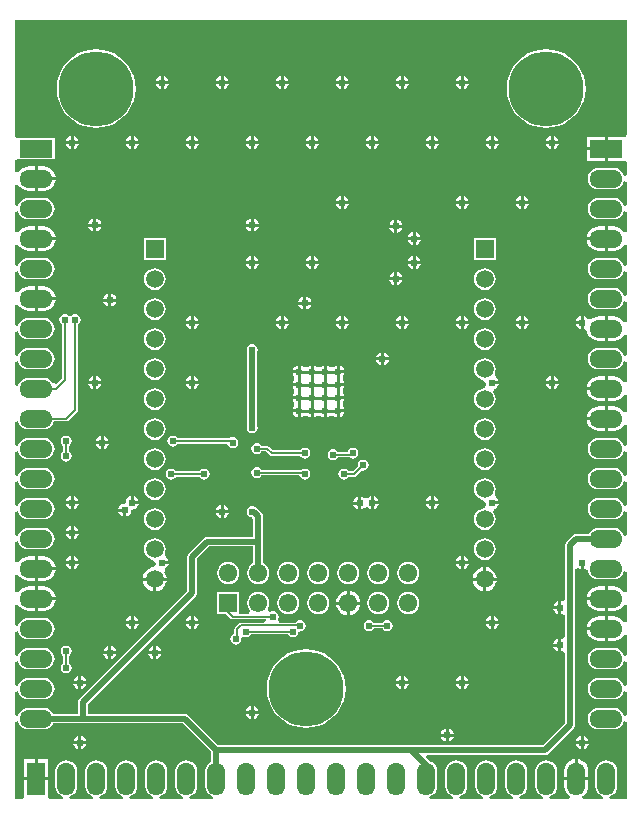
<source format=gbl>
G04 Layer_Physical_Order=2*
G04 Layer_Color=16711680*
%FSLAX25Y25*%
%MOIN*%
G70*
G01*
G75*
%ADD15C,0.00600*%
%ADD16C,0.01000*%
%ADD18C,0.02000*%
%ADD20C,0.25000*%
%ADD21R,0.11000X0.06000*%
%ADD22O,0.11000X0.06000*%
%ADD23R,0.06000X0.11000*%
%ADD24O,0.06000X0.11000*%
%ADD25R,0.06102X0.06102*%
%ADD26C,0.06102*%
%ADD27C,0.05984*%
%ADD28R,0.05984X0.05984*%
%ADD29C,0.02400*%
%ADD30C,0.02362*%
G36*
X290500Y177856D02*
X290858Y177928D01*
X290901Y177956D01*
X291941Y177449D01*
X291993Y177060D01*
X292355Y176184D01*
X292933Y175432D01*
X293685Y174855D01*
X294560Y174493D01*
X295500Y174369D01*
X300500D01*
X301440Y174493D01*
X302315Y174855D01*
X303067Y175432D01*
X303645Y176184D01*
X304007Y177060D01*
X304980Y176898D01*
Y170249D01*
X304038Y170027D01*
X303980Y170035D01*
X303353Y170853D01*
X302517Y171494D01*
X301544Y171897D01*
X300500Y172035D01*
X298500D01*
Y168000D01*
Y163965D01*
X300500D01*
X301544Y164103D01*
X302517Y164506D01*
X303353Y165147D01*
X303980Y165965D01*
X304038Y165972D01*
X304980Y165751D01*
Y160249D01*
X304038Y160028D01*
X303980Y160035D01*
X303353Y160853D01*
X302517Y161494D01*
X301544Y161897D01*
X300500Y162034D01*
X298500D01*
Y158000D01*
Y153965D01*
X300500D01*
X301544Y154103D01*
X302517Y154506D01*
X303353Y155147D01*
X303980Y155965D01*
X304038Y155973D01*
X304980Y155751D01*
Y149102D01*
X304007Y148940D01*
X303645Y149815D01*
X303067Y150568D01*
X302315Y151145D01*
X301440Y151507D01*
X300500Y151631D01*
X295500D01*
X294560Y151507D01*
X293685Y151145D01*
X292933Y150568D01*
X292355Y149815D01*
X291993Y148940D01*
X291869Y148000D01*
X291993Y147060D01*
X292355Y146185D01*
X292933Y145432D01*
X293685Y144855D01*
X294560Y144493D01*
X295500Y144369D01*
X300500D01*
X301440Y144493D01*
X302315Y144855D01*
X303067Y145432D01*
X303645Y146185D01*
X304007Y147060D01*
X304980Y146898D01*
Y139102D01*
X304007Y138940D01*
X303645Y139815D01*
X303067Y140568D01*
X302315Y141145D01*
X301440Y141507D01*
X300500Y141631D01*
X295500D01*
X294560Y141507D01*
X293685Y141145D01*
X292933Y140568D01*
X292355Y139815D01*
X291993Y138940D01*
X291869Y138000D01*
X291993Y137060D01*
X292355Y136185D01*
X292933Y135432D01*
X293685Y134855D01*
X294560Y134493D01*
X295500Y134369D01*
X300500D01*
X301440Y134493D01*
X302315Y134855D01*
X303067Y135432D01*
X303645Y136185D01*
X304007Y137060D01*
X304980Y136898D01*
Y129102D01*
X304007Y128940D01*
X303645Y129815D01*
X303067Y130568D01*
X302315Y131145D01*
X301440Y131507D01*
X300500Y131631D01*
X295500D01*
X294560Y131507D01*
X293685Y131145D01*
X292933Y130568D01*
X292355Y129815D01*
X291993Y128940D01*
X291869Y128000D01*
X291993Y127060D01*
X292355Y126184D01*
X292933Y125432D01*
X293685Y124855D01*
X294560Y124493D01*
X295500Y124369D01*
X300500D01*
X301440Y124493D01*
X302315Y124855D01*
X303067Y125432D01*
X303645Y126184D01*
X304007Y127060D01*
X304980Y126898D01*
Y101020D01*
X299102D01*
X298940Y101993D01*
X299816Y102355D01*
X300568Y102932D01*
X301145Y103684D01*
X301507Y104560D01*
X301631Y105500D01*
Y110500D01*
X301507Y111440D01*
X301145Y112315D01*
X300568Y113068D01*
X299816Y113645D01*
X298940Y114007D01*
X298000Y114131D01*
X297060Y114007D01*
X296184Y113645D01*
X295432Y113068D01*
X294855Y112315D01*
X294493Y111440D01*
X294369Y110500D01*
Y105500D01*
X294493Y104560D01*
X294855Y103684D01*
X295432Y102932D01*
X296184Y102355D01*
X297060Y101993D01*
X296898Y101020D01*
X290249D01*
X290027Y101962D01*
X290035Y102020D01*
X290853Y102647D01*
X291494Y103483D01*
X291897Y104456D01*
X292035Y105500D01*
Y107500D01*
X288000D01*
X283965D01*
Y105500D01*
X284103Y104456D01*
X284506Y103483D01*
X285147Y102647D01*
X285965Y102020D01*
X285972Y101962D01*
X285751Y101020D01*
X279102D01*
X278940Y101993D01*
X279816Y102355D01*
X280568Y102932D01*
X281145Y103684D01*
X281507Y104560D01*
X281631Y105500D01*
Y110500D01*
X281507Y111440D01*
X281145Y112315D01*
X280568Y113068D01*
X279816Y113645D01*
X278940Y114007D01*
X278000Y114131D01*
X277060Y114007D01*
X276185Y113645D01*
X275432Y113068D01*
X274855Y112315D01*
X274493Y111440D01*
X274369Y110500D01*
Y105500D01*
X274493Y104560D01*
X274855Y103684D01*
X275432Y102932D01*
X276185Y102355D01*
X277060Y101993D01*
X276898Y101020D01*
X269102D01*
X268940Y101993D01*
X269815Y102355D01*
X270567Y102932D01*
X271145Y103684D01*
X271507Y104560D01*
X271631Y105500D01*
Y110500D01*
X271507Y111440D01*
X271145Y112315D01*
X270567Y113068D01*
X269815Y113645D01*
X268940Y114007D01*
X268000Y114131D01*
X267060Y114007D01*
X266184Y113645D01*
X265433Y113068D01*
X264855Y112315D01*
X264493Y111440D01*
X264369Y110500D01*
Y105500D01*
X264493Y104560D01*
X264855Y103684D01*
X265433Y102932D01*
X266184Y102355D01*
X267060Y101993D01*
X266898Y101020D01*
X259102D01*
X258940Y101993D01*
X259816Y102355D01*
X260567Y102932D01*
X261145Y103684D01*
X261507Y104560D01*
X261631Y105500D01*
Y110500D01*
X261507Y111440D01*
X261145Y112315D01*
X260567Y113068D01*
X259816Y113645D01*
X258940Y114007D01*
X258000Y114131D01*
X257060Y114007D01*
X256185Y113645D01*
X255433Y113068D01*
X254855Y112315D01*
X254493Y111440D01*
X254369Y110500D01*
Y105500D01*
X254493Y104560D01*
X254855Y103684D01*
X255433Y102932D01*
X256185Y102355D01*
X257060Y101993D01*
X256898Y101020D01*
X249102D01*
X248940Y101993D01*
X249816Y102355D01*
X250568Y102932D01*
X251145Y103684D01*
X251507Y104560D01*
X251631Y105500D01*
Y110500D01*
X251507Y111440D01*
X251145Y112315D01*
X250568Y113068D01*
X249816Y113645D01*
X248940Y114007D01*
X248000Y114131D01*
X247060Y114007D01*
X246184Y113645D01*
X245432Y113068D01*
X244855Y112315D01*
X244493Y111440D01*
X244369Y110500D01*
Y105500D01*
X244493Y104560D01*
X244855Y103684D01*
X245432Y102932D01*
X246184Y102355D01*
X247060Y101993D01*
X246898Y101020D01*
X239102D01*
X238940Y101993D01*
X239815Y102355D01*
X240567Y102932D01*
X241145Y103684D01*
X241507Y104560D01*
X241631Y105500D01*
Y110500D01*
X241507Y111440D01*
X241145Y112315D01*
X240567Y113068D01*
X239815Y113645D01*
X238940Y114007D01*
X238778Y114029D01*
X237862Y114945D01*
X238245Y115869D01*
X277500D01*
X278124Y115993D01*
X278654Y116347D01*
X287154Y124846D01*
X287507Y125376D01*
X287631Y126000D01*
X287631Y126000D01*
Y177826D01*
X287869Y178005D01*
X288631Y178269D01*
X289142Y177928D01*
X289500Y177856D01*
Y180000D01*
X290500D01*
Y177856D01*
D02*
G37*
G36*
X304980Y322801D02*
X304500Y322000D01*
X303980Y322000D01*
X298500D01*
Y318000D01*
Y314000D01*
X303980D01*
X304500Y314000D01*
X304980Y313199D01*
Y309102D01*
X304007Y308940D01*
X303645Y309816D01*
X303067Y310567D01*
X302315Y311145D01*
X301440Y311507D01*
X300500Y311631D01*
X295500D01*
X294560Y311507D01*
X293685Y311145D01*
X292933Y310567D01*
X292355Y309816D01*
X291993Y308940D01*
X291869Y308000D01*
X291993Y307060D01*
X292355Y306185D01*
X292933Y305433D01*
X293685Y304855D01*
X294560Y304493D01*
X295500Y304369D01*
X300500D01*
X301440Y304493D01*
X302315Y304855D01*
X303067Y305433D01*
X303645Y306185D01*
X304007Y307060D01*
X304980Y306898D01*
Y299102D01*
X304007Y298940D01*
X303645Y299816D01*
X303067Y300568D01*
X302315Y301145D01*
X301440Y301507D01*
X300500Y301631D01*
X295500D01*
X294560Y301507D01*
X293685Y301145D01*
X292933Y300568D01*
X292355Y299816D01*
X291993Y298940D01*
X291869Y298000D01*
X291993Y297060D01*
X292355Y296184D01*
X292933Y295432D01*
X293685Y294855D01*
X294560Y294493D01*
X295500Y294369D01*
X300500D01*
X301440Y294493D01*
X302315Y294855D01*
X303067Y295432D01*
X303645Y296184D01*
X304007Y297060D01*
X304980Y296898D01*
Y290249D01*
X304038Y290027D01*
X303980Y290035D01*
X303353Y290853D01*
X302517Y291494D01*
X301544Y291897D01*
X300500Y292035D01*
X298500D01*
Y288000D01*
Y283965D01*
X300500D01*
X301544Y284103D01*
X302517Y284506D01*
X303353Y285147D01*
X303980Y285965D01*
X304038Y285972D01*
X304980Y285751D01*
Y279102D01*
X304007Y278940D01*
X303645Y279816D01*
X303067Y280568D01*
X302315Y281145D01*
X301440Y281507D01*
X300500Y281631D01*
X295500D01*
X294560Y281507D01*
X293685Y281145D01*
X292933Y280568D01*
X292355Y279816D01*
X291993Y278940D01*
X291869Y278000D01*
X291993Y277060D01*
X292355Y276185D01*
X292933Y275432D01*
X293685Y274855D01*
X294560Y274493D01*
X295500Y274369D01*
X300500D01*
X301440Y274493D01*
X302315Y274855D01*
X303067Y275432D01*
X303645Y276185D01*
X304007Y277060D01*
X304980Y276898D01*
Y269102D01*
X304007Y268940D01*
X303645Y269815D01*
X303067Y270567D01*
X302315Y271145D01*
X301440Y271507D01*
X300500Y271631D01*
X295500D01*
X294560Y271507D01*
X293685Y271145D01*
X292933Y270567D01*
X292355Y269815D01*
X291993Y268940D01*
X291869Y268000D01*
X291993Y267060D01*
X292355Y266184D01*
X292933Y265433D01*
X293685Y264855D01*
X294560Y264493D01*
X295500Y264369D01*
X300500D01*
X301440Y264493D01*
X302315Y264855D01*
X303067Y265433D01*
X303645Y266184D01*
X304007Y267060D01*
X304980Y266898D01*
Y260249D01*
X304038Y260028D01*
X303980Y260035D01*
X303353Y260853D01*
X302517Y261494D01*
X301544Y261897D01*
X300500Y262035D01*
X298500D01*
Y258000D01*
Y253965D01*
X300500D01*
X301544Y254103D01*
X302517Y254506D01*
X303353Y255147D01*
X303980Y255965D01*
X304038Y255973D01*
X304980Y255751D01*
Y249102D01*
X304007Y248940D01*
X303645Y249816D01*
X303067Y250568D01*
X302315Y251145D01*
X301440Y251507D01*
X300500Y251631D01*
X295500D01*
X294560Y251507D01*
X293685Y251145D01*
X292933Y250568D01*
X292355Y249816D01*
X291993Y248940D01*
X291869Y248000D01*
X291993Y247060D01*
X292355Y246184D01*
X292933Y245432D01*
X293685Y244855D01*
X294560Y244493D01*
X295500Y244369D01*
X300500D01*
X301440Y244493D01*
X302315Y244855D01*
X303067Y245432D01*
X303645Y246184D01*
X304007Y247060D01*
X304980Y246898D01*
Y240249D01*
X304038Y240027D01*
X303980Y240035D01*
X303353Y240853D01*
X302517Y241494D01*
X301544Y241897D01*
X300500Y242035D01*
X298500D01*
Y238000D01*
Y233965D01*
X300500D01*
X301544Y234103D01*
X302517Y234506D01*
X303353Y235147D01*
X303980Y235965D01*
X304038Y235972D01*
X304980Y235751D01*
Y230249D01*
X304038Y230028D01*
X303980Y230035D01*
X303353Y230853D01*
X302517Y231494D01*
X301544Y231897D01*
X300500Y232034D01*
X298500D01*
Y228000D01*
Y223966D01*
X300500D01*
X301544Y224103D01*
X302517Y224506D01*
X303353Y225147D01*
X303980Y225965D01*
X304038Y225973D01*
X304980Y225751D01*
Y219102D01*
X304007Y218940D01*
X303645Y219815D01*
X303067Y220567D01*
X302315Y221145D01*
X301440Y221507D01*
X300500Y221631D01*
X295500D01*
X294560Y221507D01*
X293685Y221145D01*
X292933Y220567D01*
X292355Y219815D01*
X291993Y218940D01*
X291869Y218000D01*
X291993Y217060D01*
X292355Y216184D01*
X292933Y215433D01*
X293685Y214855D01*
X294560Y214493D01*
X295500Y214369D01*
X300500D01*
X301440Y214493D01*
X302315Y214855D01*
X303067Y215433D01*
X303645Y216184D01*
X304007Y217060D01*
X304980Y216898D01*
Y209102D01*
X304007Y208940D01*
X303645Y209816D01*
X303067Y210567D01*
X302315Y211145D01*
X301440Y211507D01*
X300500Y211631D01*
X295500D01*
X294560Y211507D01*
X293685Y211145D01*
X292933Y210567D01*
X292355Y209816D01*
X291993Y208940D01*
X291869Y208000D01*
X291993Y207060D01*
X292355Y206185D01*
X292933Y205433D01*
X293685Y204855D01*
X294560Y204493D01*
X295500Y204369D01*
X300500D01*
X301440Y204493D01*
X302315Y204855D01*
X303067Y205433D01*
X303645Y206185D01*
X304007Y207060D01*
X304980Y206898D01*
Y199102D01*
X304007Y198940D01*
X303645Y199815D01*
X303067Y200568D01*
X302315Y201145D01*
X301440Y201507D01*
X300500Y201631D01*
X295500D01*
X294560Y201507D01*
X293685Y201145D01*
X292933Y200568D01*
X292355Y199815D01*
X291993Y198940D01*
X291869Y198000D01*
X291993Y197060D01*
X292355Y196185D01*
X292933Y195432D01*
X293685Y194855D01*
X294560Y194493D01*
X295500Y194369D01*
X300500D01*
X301440Y194493D01*
X302315Y194855D01*
X303067Y195432D01*
X303645Y196185D01*
X304007Y197060D01*
X304980Y196898D01*
Y189102D01*
X304007Y188940D01*
X303645Y189815D01*
X303067Y190568D01*
X302315Y191145D01*
X301440Y191507D01*
X300500Y191631D01*
X295500D01*
X294560Y191507D01*
X293685Y191145D01*
X292933Y190568D01*
X292355Y189815D01*
X292279Y189631D01*
X288000D01*
X287376Y189507D01*
X286846Y189154D01*
X284846Y187153D01*
X284493Y186624D01*
X284369Y186000D01*
Y167600D01*
X283369Y167066D01*
X283358Y167072D01*
X283000Y167144D01*
Y165000D01*
Y162856D01*
X283358Y162928D01*
X283369Y162935D01*
X284369Y162400D01*
Y155100D01*
X283369Y154566D01*
X283358Y154572D01*
X283000Y154644D01*
Y152500D01*
Y150356D01*
X283358Y150428D01*
X283369Y150435D01*
X284369Y149900D01*
Y126676D01*
X276824Y119131D01*
X168676D01*
X158653Y129154D01*
X158124Y129507D01*
X157500Y129631D01*
X125131D01*
Y132824D01*
X161153Y168846D01*
X161507Y169376D01*
X161631Y170000D01*
X161631Y170000D01*
Y181324D01*
X165676Y185369D01*
X180369D01*
Y179776D01*
X180159Y179689D01*
X179396Y179104D01*
X178811Y178341D01*
X178443Y177453D01*
X178317Y176500D01*
X178443Y175547D01*
X178811Y174659D01*
X179396Y173896D01*
X180159Y173311D01*
X181047Y172943D01*
X182000Y172817D01*
X182953Y172943D01*
X183841Y173311D01*
X184604Y173896D01*
X185189Y174659D01*
X185557Y175547D01*
X185683Y176500D01*
X185557Y177453D01*
X185189Y178341D01*
X184604Y179104D01*
X183841Y179689D01*
X183631Y179776D01*
Y187000D01*
Y195500D01*
X183507Y196124D01*
X183153Y196653D01*
X181653Y198153D01*
X181124Y198507D01*
X180925Y198547D01*
X180702Y198696D01*
X180000Y198835D01*
X179298Y198696D01*
X178702Y198298D01*
X178304Y197702D01*
X178165Y197000D01*
X178304Y196298D01*
X178702Y195702D01*
X179298Y195304D01*
X180000Y195165D01*
X180369Y194289D01*
Y188631D01*
X165000D01*
X164376Y188507D01*
X163847Y188154D01*
X158846Y183153D01*
X158493Y182624D01*
X158369Y182000D01*
Y170676D01*
X122346Y134653D01*
X121993Y134124D01*
X121869Y133500D01*
Y129631D01*
X113721D01*
X113645Y129815D01*
X113068Y130568D01*
X112315Y131145D01*
X111440Y131507D01*
X110500Y131631D01*
X105500D01*
X104560Y131507D01*
X103684Y131145D01*
X102932Y130568D01*
X102355Y129815D01*
X101993Y128940D01*
X101020Y129102D01*
Y136898D01*
X101993Y137060D01*
X102355Y136185D01*
X102932Y135432D01*
X103684Y134855D01*
X104560Y134493D01*
X105500Y134369D01*
X110500D01*
X111440Y134493D01*
X112315Y134855D01*
X113068Y135432D01*
X113645Y136185D01*
X114007Y137060D01*
X114131Y138000D01*
X114007Y138940D01*
X113645Y139815D01*
X113068Y140568D01*
X112315Y141145D01*
X111440Y141507D01*
X110500Y141631D01*
X105500D01*
X104560Y141507D01*
X103684Y141145D01*
X102932Y140568D01*
X102355Y139815D01*
X101993Y138940D01*
X101020Y139102D01*
Y146898D01*
X101993Y147060D01*
X102355Y146185D01*
X102932Y145432D01*
X103684Y144855D01*
X104560Y144493D01*
X105500Y144369D01*
X110500D01*
X111440Y144493D01*
X112315Y144855D01*
X113068Y145432D01*
X113645Y146185D01*
X114007Y147060D01*
X114131Y148000D01*
X114007Y148940D01*
X113645Y149815D01*
X113068Y150568D01*
X112315Y151145D01*
X111440Y151507D01*
X110500Y151631D01*
X105500D01*
X104560Y151507D01*
X103684Y151145D01*
X102932Y150568D01*
X102355Y149815D01*
X101993Y148940D01*
X101020Y149102D01*
Y156898D01*
X101993Y157060D01*
X102355Y156184D01*
X102932Y155432D01*
X103684Y154855D01*
X104560Y154493D01*
X105500Y154369D01*
X110500D01*
X111440Y154493D01*
X112315Y154855D01*
X113068Y155432D01*
X113645Y156184D01*
X114007Y157060D01*
X114131Y158000D01*
X114007Y158940D01*
X113645Y159816D01*
X113068Y160568D01*
X112315Y161145D01*
X111440Y161507D01*
X110500Y161631D01*
X105500D01*
X104560Y161507D01*
X103684Y161145D01*
X102932Y160568D01*
X102355Y159816D01*
X101993Y158940D01*
X101020Y159102D01*
Y165751D01*
X101962Y165972D01*
X102020Y165965D01*
X102647Y165147D01*
X103483Y164506D01*
X104456Y164103D01*
X105500Y163965D01*
X107500D01*
Y168000D01*
Y172035D01*
X105500D01*
X104456Y171897D01*
X103483Y171494D01*
X102647Y170853D01*
X102020Y170035D01*
X101962Y170027D01*
X101020Y170249D01*
Y175751D01*
X101962Y175972D01*
X102020Y175965D01*
X102647Y175147D01*
X103483Y174506D01*
X104456Y174103D01*
X105500Y173966D01*
X107500D01*
Y178000D01*
Y182035D01*
X105500D01*
X104456Y181897D01*
X103483Y181494D01*
X102647Y180853D01*
X102020Y180035D01*
X101962Y180027D01*
X101020Y180249D01*
Y186898D01*
X101993Y187060D01*
X102355Y186185D01*
X102932Y185432D01*
X103684Y184855D01*
X104560Y184493D01*
X105500Y184369D01*
X110500D01*
X111440Y184493D01*
X112315Y184855D01*
X113068Y185432D01*
X113645Y186185D01*
X114007Y187060D01*
X114131Y188000D01*
X114007Y188940D01*
X113645Y189815D01*
X113068Y190568D01*
X112315Y191145D01*
X111440Y191507D01*
X110500Y191631D01*
X105500D01*
X104560Y191507D01*
X103684Y191145D01*
X102932Y190568D01*
X102355Y189815D01*
X101993Y188940D01*
X101020Y189102D01*
Y196898D01*
X101993Y197060D01*
X102355Y196185D01*
X102932Y195432D01*
X103684Y194855D01*
X104560Y194493D01*
X105500Y194369D01*
X110500D01*
X111440Y194493D01*
X112315Y194855D01*
X113068Y195432D01*
X113645Y196185D01*
X114007Y197060D01*
X114131Y198000D01*
X114007Y198940D01*
X113645Y199815D01*
X113068Y200568D01*
X112315Y201145D01*
X111440Y201507D01*
X110500Y201631D01*
X105500D01*
X104560Y201507D01*
X103684Y201145D01*
X102932Y200568D01*
X102355Y199815D01*
X101993Y198940D01*
X101020Y199102D01*
Y206898D01*
X101993Y207060D01*
X102355Y206185D01*
X102932Y205433D01*
X103684Y204855D01*
X104560Y204493D01*
X105500Y204369D01*
X110500D01*
X111440Y204493D01*
X112315Y204855D01*
X113068Y205433D01*
X113645Y206185D01*
X114007Y207060D01*
X114131Y208000D01*
X114007Y208940D01*
X113645Y209816D01*
X113068Y210567D01*
X112315Y211145D01*
X111440Y211507D01*
X110500Y211631D01*
X105500D01*
X104560Y211507D01*
X103684Y211145D01*
X102932Y210567D01*
X102355Y209816D01*
X101993Y208940D01*
X101020Y209102D01*
Y216898D01*
X101993Y217060D01*
X102355Y216184D01*
X102932Y215433D01*
X103684Y214855D01*
X104560Y214493D01*
X105500Y214369D01*
X110500D01*
X111440Y214493D01*
X112315Y214855D01*
X113068Y215433D01*
X113645Y216184D01*
X114007Y217060D01*
X114131Y218000D01*
X114007Y218940D01*
X113645Y219815D01*
X113068Y220567D01*
X112315Y221145D01*
X111440Y221507D01*
X110500Y221631D01*
X105500D01*
X104560Y221507D01*
X103684Y221145D01*
X102932Y220567D01*
X102355Y219815D01*
X101993Y218940D01*
X101020Y219102D01*
Y226898D01*
X101993Y227060D01*
X102355Y226185D01*
X102932Y225432D01*
X103684Y224855D01*
X104560Y224493D01*
X105500Y224369D01*
X110500D01*
X111440Y224493D01*
X112315Y224855D01*
X113068Y225432D01*
X113645Y226185D01*
X114007Y227060D01*
X114010Y227082D01*
X118000D01*
X118351Y227152D01*
X118649Y227351D01*
X121649Y230351D01*
X121848Y230649D01*
X121918Y231000D01*
Y259448D01*
X122298Y259702D01*
X122696Y260298D01*
X122835Y261000D01*
X122696Y261702D01*
X122298Y262298D01*
X121702Y262696D01*
X121000Y262835D01*
X120298Y262696D01*
X119702Y262298D01*
X118798D01*
X118202Y262696D01*
X117500Y262835D01*
X116798Y262696D01*
X116202Y262298D01*
X115804Y261702D01*
X115665Y261000D01*
X115804Y260298D01*
X116202Y259702D01*
X116582Y259448D01*
Y241380D01*
X114812Y239610D01*
X113648Y239815D01*
X113627Y239839D01*
X113068Y240567D01*
X112315Y241145D01*
X111440Y241507D01*
X110500Y241631D01*
X105500D01*
X104560Y241507D01*
X103684Y241145D01*
X102932Y240567D01*
X102355Y239815D01*
X101993Y238940D01*
X101020Y239102D01*
Y246898D01*
X101993Y247060D01*
X102355Y246184D01*
X102932Y245432D01*
X103684Y244855D01*
X104560Y244493D01*
X105500Y244369D01*
X110500D01*
X111440Y244493D01*
X112315Y244855D01*
X113068Y245432D01*
X113645Y246184D01*
X114007Y247060D01*
X114131Y248000D01*
X114007Y248940D01*
X113645Y249816D01*
X113068Y250568D01*
X112315Y251145D01*
X111440Y251507D01*
X110500Y251631D01*
X105500D01*
X104560Y251507D01*
X103684Y251145D01*
X102932Y250568D01*
X102355Y249816D01*
X101993Y248940D01*
X101020Y249102D01*
Y256898D01*
X101993Y257060D01*
X102355Y256185D01*
X102932Y255433D01*
X103684Y254855D01*
X104560Y254493D01*
X105500Y254369D01*
X110500D01*
X111440Y254493D01*
X112315Y254855D01*
X113068Y255433D01*
X113645Y256185D01*
X114007Y257060D01*
X114131Y258000D01*
X114007Y258940D01*
X113645Y259816D01*
X113068Y260567D01*
X112315Y261145D01*
X111440Y261507D01*
X110500Y261631D01*
X105500D01*
X104560Y261507D01*
X103684Y261145D01*
X102932Y260567D01*
X102355Y259816D01*
X101993Y258940D01*
X101020Y259102D01*
Y265751D01*
X101962Y265972D01*
X102020Y265965D01*
X102647Y265147D01*
X103483Y264506D01*
X104456Y264103D01*
X105500Y263966D01*
X107500D01*
Y268000D01*
Y272035D01*
X105500D01*
X104456Y271897D01*
X103483Y271494D01*
X102647Y270853D01*
X102020Y270035D01*
X101962Y270027D01*
X101020Y270249D01*
Y276898D01*
X101993Y277060D01*
X102355Y276185D01*
X102932Y275432D01*
X103684Y274855D01*
X104560Y274493D01*
X105500Y274369D01*
X110500D01*
X111440Y274493D01*
X112315Y274855D01*
X113068Y275432D01*
X113645Y276185D01*
X114007Y277060D01*
X114131Y278000D01*
X114007Y278940D01*
X113645Y279816D01*
X113068Y280568D01*
X112315Y281145D01*
X111440Y281507D01*
X110500Y281631D01*
X105500D01*
X104560Y281507D01*
X103684Y281145D01*
X102932Y280568D01*
X102355Y279816D01*
X101993Y278940D01*
X101020Y279102D01*
Y285751D01*
X101962Y285972D01*
X102020Y285965D01*
X102647Y285147D01*
X103483Y284506D01*
X104456Y284103D01*
X105500Y283965D01*
X107500D01*
Y288000D01*
Y292035D01*
X105500D01*
X104456Y291897D01*
X103483Y291494D01*
X102647Y290853D01*
X102020Y290035D01*
X101962Y290027D01*
X101020Y290249D01*
Y296898D01*
X101993Y297060D01*
X102355Y296184D01*
X102932Y295432D01*
X103684Y294855D01*
X104560Y294493D01*
X105500Y294369D01*
X110500D01*
X111440Y294493D01*
X112315Y294855D01*
X113068Y295432D01*
X113645Y296184D01*
X114007Y297060D01*
X114131Y298000D01*
X114007Y298940D01*
X113645Y299816D01*
X113068Y300568D01*
X112315Y301145D01*
X111440Y301507D01*
X110500Y301631D01*
X105500D01*
X104560Y301507D01*
X103684Y301145D01*
X102932Y300568D01*
X102355Y299816D01*
X101993Y298940D01*
X101020Y299102D01*
Y305751D01*
X101962Y305973D01*
X102020Y305965D01*
X102647Y305147D01*
X103483Y304506D01*
X104456Y304103D01*
X105500Y303965D01*
X107500D01*
Y308000D01*
Y312035D01*
X105500D01*
X104456Y311897D01*
X103483Y311494D01*
X102647Y310853D01*
X102020Y310035D01*
X101962Y310028D01*
X101020Y310249D01*
Y314111D01*
X101900Y314400D01*
X102020Y314400D01*
X114100D01*
Y321600D01*
X102020D01*
X101900Y321600D01*
X101020Y321889D01*
Y360981D01*
X304980D01*
Y322801D01*
D02*
G37*
G36*
X102355Y126184D02*
X102932Y125432D01*
X103684Y124855D01*
X104560Y124493D01*
X105500Y124369D01*
X110500D01*
X111440Y124493D01*
X112315Y124855D01*
X113068Y125432D01*
X113645Y126184D01*
X113721Y126369D01*
X156824D01*
X166369Y116824D01*
Y113721D01*
X166184Y113645D01*
X165432Y113068D01*
X164855Y112315D01*
X164493Y111440D01*
X164369Y110500D01*
Y105500D01*
X164493Y104560D01*
X164855Y103684D01*
X165432Y102932D01*
X166184Y102355D01*
X167060Y101993D01*
X166898Y101020D01*
X159102D01*
X158940Y101993D01*
X159816Y102355D01*
X160568Y102932D01*
X161145Y103684D01*
X161507Y104560D01*
X161631Y105500D01*
Y110500D01*
X161507Y111440D01*
X161145Y112315D01*
X160568Y113068D01*
X159816Y113645D01*
X158940Y114007D01*
X158000Y114131D01*
X157060Y114007D01*
X156184Y113645D01*
X155432Y113068D01*
X154855Y112315D01*
X154493Y111440D01*
X154369Y110500D01*
Y105500D01*
X154493Y104560D01*
X154855Y103684D01*
X155432Y102932D01*
X156184Y102355D01*
X157060Y101993D01*
X156898Y101020D01*
X149102D01*
X148940Y101993D01*
X149815Y102355D01*
X150568Y102932D01*
X151145Y103684D01*
X151507Y104560D01*
X151631Y105500D01*
Y110500D01*
X151507Y111440D01*
X151145Y112315D01*
X150568Y113068D01*
X149815Y113645D01*
X148940Y114007D01*
X148000Y114131D01*
X147060Y114007D01*
X146185Y113645D01*
X145432Y113068D01*
X144855Y112315D01*
X144493Y111440D01*
X144369Y110500D01*
Y105500D01*
X144493Y104560D01*
X144855Y103684D01*
X145432Y102932D01*
X146185Y102355D01*
X147060Y101993D01*
X146898Y101020D01*
X139102D01*
X138940Y101993D01*
X139815Y102355D01*
X140568Y102932D01*
X141145Y103684D01*
X141507Y104560D01*
X141631Y105500D01*
Y110500D01*
X141507Y111440D01*
X141145Y112315D01*
X140568Y113068D01*
X139815Y113645D01*
X138940Y114007D01*
X138000Y114131D01*
X137060Y114007D01*
X136185Y113645D01*
X135432Y113068D01*
X134855Y112315D01*
X134493Y111440D01*
X134369Y110500D01*
Y105500D01*
X134493Y104560D01*
X134855Y103684D01*
X135432Y102932D01*
X136185Y102355D01*
X137060Y101993D01*
X136898Y101020D01*
X129102D01*
X128940Y101993D01*
X129815Y102355D01*
X130568Y102932D01*
X131145Y103684D01*
X131507Y104560D01*
X131631Y105500D01*
Y110500D01*
X131507Y111440D01*
X131145Y112315D01*
X130568Y113068D01*
X129815Y113645D01*
X128940Y114007D01*
X128000Y114131D01*
X127060Y114007D01*
X126184Y113645D01*
X125432Y113068D01*
X124855Y112315D01*
X124493Y111440D01*
X124369Y110500D01*
Y105500D01*
X124493Y104560D01*
X124855Y103684D01*
X125432Y102932D01*
X126184Y102355D01*
X127060Y101993D01*
X126898Y101020D01*
X119102D01*
X118940Y101993D01*
X119816Y102355D01*
X120568Y102932D01*
X121145Y103684D01*
X121507Y104560D01*
X121631Y105500D01*
Y110500D01*
X121507Y111440D01*
X121145Y112315D01*
X120568Y113068D01*
X119816Y113645D01*
X118940Y114007D01*
X118000Y114131D01*
X117060Y114007D01*
X116184Y113645D01*
X115432Y113068D01*
X114855Y112315D01*
X114493Y111440D01*
X114369Y110500D01*
Y105500D01*
X114493Y104560D01*
X114855Y103684D01*
X115432Y102932D01*
X116184Y102355D01*
X117060Y101993D01*
X116898Y101020D01*
X112801D01*
X112000Y101500D01*
X112000Y102020D01*
Y107500D01*
X108000D01*
X104000D01*
Y102020D01*
X104000Y101500D01*
X103199Y101020D01*
X101020D01*
Y126898D01*
X101993Y127060D01*
X102355Y126184D01*
D02*
G37*
%LPC*%
G36*
X289500Y119500D02*
X287856D01*
X287928Y119142D01*
X288414Y118414D01*
X289142Y117928D01*
X289500Y117856D01*
Y119500D01*
D02*
G37*
G36*
X292144D02*
X290500D01*
Y117856D01*
X290858Y117928D01*
X291586Y118414D01*
X292072Y119142D01*
X292144Y119500D01*
D02*
G37*
G36*
X287500Y114469D02*
X286956Y114397D01*
X285983Y113994D01*
X285147Y113353D01*
X284506Y112517D01*
X284103Y111544D01*
X283965Y110500D01*
Y108500D01*
X287500D01*
Y114469D01*
D02*
G37*
G36*
X288500D02*
Y108500D01*
X292035D01*
Y110500D01*
X291897Y111544D01*
X291494Y112517D01*
X290853Y113353D01*
X290017Y113994D01*
X289044Y114397D01*
X288500Y114469D01*
D02*
G37*
G36*
X289500Y122144D02*
X289142Y122072D01*
X288414Y121586D01*
X287928Y120858D01*
X287856Y120500D01*
X289500D01*
Y122144D01*
D02*
G37*
G36*
X290500D02*
Y120500D01*
X292144D01*
X292072Y120858D01*
X291586Y121586D01*
X290858Y122072D01*
X290500Y122144D01*
D02*
G37*
G36*
X297500Y167500D02*
X291531D01*
X291603Y166956D01*
X292006Y165983D01*
X292647Y165147D01*
X293483Y164506D01*
X294456Y164103D01*
X295500Y163965D01*
X297500D01*
Y167500D01*
D02*
G37*
G36*
Y172035D02*
X295500D01*
X294456Y171897D01*
X293483Y171494D01*
X292647Y170853D01*
X292006Y170017D01*
X291603Y169044D01*
X291531Y168500D01*
X297500D01*
Y172035D01*
D02*
G37*
G36*
Y157500D02*
X291531D01*
X291603Y156956D01*
X292006Y155983D01*
X292647Y155147D01*
X293483Y154506D01*
X294456Y154103D01*
X295500Y153965D01*
X297500D01*
Y157500D01*
D02*
G37*
G36*
Y162034D02*
X295500D01*
X294456Y161897D01*
X293483Y161494D01*
X292647Y160853D01*
X292006Y160017D01*
X291603Y159044D01*
X291531Y158500D01*
X297500D01*
Y162034D01*
D02*
G37*
G36*
X169500Y199144D02*
X169142Y199072D01*
X168414Y198586D01*
X167928Y197858D01*
X167856Y197500D01*
X169500D01*
Y199144D01*
D02*
G37*
G36*
X139500Y202144D02*
X139142Y202072D01*
X138414Y201586D01*
X137928Y200858D01*
X137757Y200000D01*
X136816Y199607D01*
X136642Y199572D01*
X135914Y199086D01*
X135428Y198358D01*
X135356Y198000D01*
X137500D01*
Y197500D01*
X138000D01*
Y195356D01*
X138358Y195428D01*
X139086Y195914D01*
X139572Y196642D01*
X139743Y197500D01*
X140684Y197893D01*
X140858Y197928D01*
X141586Y198414D01*
X142072Y199142D01*
X142144Y199500D01*
X140000D01*
Y200000D01*
X139500D01*
Y202144D01*
D02*
G37*
G36*
X215347Y199346D02*
X213703D01*
X213774Y198988D01*
X214260Y198260D01*
X214988Y197774D01*
X215347Y197703D01*
Y199346D01*
D02*
G37*
G36*
X170500Y199144D02*
Y197500D01*
X172144D01*
X172072Y197858D01*
X171586Y198586D01*
X170858Y199072D01*
X170500Y199144D01*
D02*
G37*
G36*
X137000Y197000D02*
X135356D01*
X135428Y196642D01*
X135914Y195914D01*
X136642Y195428D01*
X137000Y195356D01*
Y197000D01*
D02*
G37*
G36*
X257500Y208123D02*
X256562Y208000D01*
X255688Y207638D01*
X254938Y207062D01*
X254362Y206312D01*
X254000Y205438D01*
X253877Y204500D01*
X254000Y203562D01*
X254362Y202688D01*
X254938Y201938D01*
X255688Y201362D01*
X256562Y201000D01*
X256927Y200952D01*
X257757Y200000D01*
X257928Y199142D01*
X257976Y199069D01*
X257628Y198378D01*
X257413Y198112D01*
X256562Y198000D01*
X255688Y197638D01*
X254938Y197062D01*
X254362Y196312D01*
X254000Y195438D01*
X253877Y194500D01*
X254000Y193562D01*
X254362Y192688D01*
X254938Y191938D01*
X255688Y191362D01*
X256562Y191000D01*
X257500Y190877D01*
X258438Y191000D01*
X259312Y191362D01*
X260062Y191938D01*
X260638Y192688D01*
X261000Y193562D01*
X261123Y194500D01*
X261000Y195438D01*
X260638Y196312D01*
X260270Y196791D01*
X260476Y197656D01*
X260634Y197883D01*
X260858Y197928D01*
X261586Y198414D01*
X262072Y199142D01*
X262144Y199500D01*
X260000D01*
Y200500D01*
X262144D01*
X262072Y200858D01*
X261586Y201586D01*
X261233Y201822D01*
X260843Y202390D01*
X260809Y203102D01*
X261000Y203562D01*
X261123Y204500D01*
X261000Y205438D01*
X260638Y206312D01*
X260062Y207062D01*
X259312Y207638D01*
X258438Y208000D01*
X257500Y208123D01*
D02*
G37*
G36*
X147500Y198123D02*
X146562Y198000D01*
X145688Y197638D01*
X144938Y197062D01*
X144362Y196312D01*
X144000Y195438D01*
X143877Y194500D01*
X144000Y193562D01*
X144362Y192688D01*
X144938Y191938D01*
X145688Y191362D01*
X146562Y191000D01*
X147500Y190877D01*
X148438Y191000D01*
X149312Y191362D01*
X150062Y191938D01*
X150638Y192688D01*
X151000Y193562D01*
X151123Y194500D01*
X151000Y195438D01*
X150638Y196312D01*
X150062Y197062D01*
X149312Y197638D01*
X148438Y198000D01*
X147500Y198123D01*
D02*
G37*
G36*
X172144Y196500D02*
X170500D01*
Y194856D01*
X170858Y194928D01*
X171586Y195414D01*
X172072Y196142D01*
X172144Y196500D01*
D02*
G37*
G36*
X169500D02*
X167856D01*
X167928Y196142D01*
X168414Y195414D01*
X169142Y194928D01*
X169500Y194856D01*
Y196500D01*
D02*
G37*
G36*
X119500Y202144D02*
X119142Y202072D01*
X118414Y201586D01*
X117928Y200858D01*
X117856Y200500D01*
X119500D01*
Y202144D01*
D02*
G37*
G36*
X215347Y201990D02*
X214988Y201919D01*
X214260Y201433D01*
X213774Y200705D01*
X213703Y200346D01*
X215347D01*
Y201990D01*
D02*
G37*
G36*
X120500Y202144D02*
Y200500D01*
X122144D01*
X122072Y200858D01*
X121586Y201586D01*
X120858Y202072D01*
X120500Y202144D01*
D02*
G37*
G36*
X220500D02*
Y200500D01*
X222144D01*
X222072Y200858D01*
X221586Y201586D01*
X220858Y202072D01*
X220500Y202144D01*
D02*
G37*
G36*
X140500D02*
Y200500D01*
X142144D01*
X142072Y200858D01*
X141586Y201586D01*
X140858Y202072D01*
X140500Y202144D01*
D02*
G37*
G36*
X122144Y199500D02*
X120500D01*
Y197856D01*
X120858Y197928D01*
X121586Y198414D01*
X122072Y199142D01*
X122144Y199500D01*
D02*
G37*
G36*
X119500D02*
X117856D01*
X117928Y199142D01*
X118414Y198414D01*
X119142Y197928D01*
X119500Y197856D01*
Y199500D01*
D02*
G37*
G36*
X222144D02*
X220500D01*
Y197856D01*
X220858Y197928D01*
X221586Y198414D01*
X222072Y199142D01*
X222144Y199500D01*
D02*
G37*
G36*
X242144D02*
X240500D01*
Y197856D01*
X240858Y197928D01*
X241586Y198414D01*
X242072Y199142D01*
X242144Y199500D01*
D02*
G37*
G36*
X239500D02*
X237856D01*
X237928Y199142D01*
X238414Y198414D01*
X239142Y197928D01*
X239500Y197856D01*
Y199500D01*
D02*
G37*
G36*
X120500Y192144D02*
Y190500D01*
X122144D01*
X122072Y190858D01*
X121586Y191586D01*
X120858Y192072D01*
X120500Y192144D01*
D02*
G37*
G36*
X252144Y179500D02*
X250500D01*
Y177856D01*
X250858Y177928D01*
X251586Y178414D01*
X252072Y179142D01*
X252144Y179500D01*
D02*
G37*
G36*
X249500D02*
X247856D01*
X247928Y179142D01*
X248414Y178414D01*
X249142Y177928D01*
X249500Y177856D01*
Y179500D01*
D02*
G37*
G36*
X119500D02*
X117856D01*
X117928Y179142D01*
X118414Y178414D01*
X119142Y177928D01*
X119500Y177856D01*
Y179500D01*
D02*
G37*
G36*
X222000Y180183D02*
X221047Y180057D01*
X220159Y179689D01*
X219396Y179104D01*
X218811Y178341D01*
X218443Y177453D01*
X218317Y176500D01*
X218443Y175547D01*
X218811Y174659D01*
X219396Y173896D01*
X220159Y173311D01*
X221047Y172943D01*
X222000Y172817D01*
X222953Y172943D01*
X223841Y173311D01*
X224604Y173896D01*
X225189Y174659D01*
X225557Y175547D01*
X225683Y176500D01*
X225557Y177453D01*
X225189Y178341D01*
X224604Y179104D01*
X223841Y179689D01*
X222953Y180057D01*
X222000Y180183D01*
D02*
G37*
G36*
X258000Y178461D02*
Y175000D01*
X261461D01*
X261389Y175542D01*
X260987Y176513D01*
X260347Y177347D01*
X259513Y177987D01*
X258542Y178389D01*
X258000Y178461D01*
D02*
G37*
G36*
X114469Y177500D02*
X108500D01*
Y173966D01*
X110500D01*
X111544Y174103D01*
X112517Y174506D01*
X113353Y175147D01*
X113994Y175983D01*
X114397Y176956D01*
X114469Y177500D01*
D02*
G37*
G36*
X232000Y180183D02*
X231047Y180057D01*
X230159Y179689D01*
X229396Y179104D01*
X228811Y178341D01*
X228443Y177453D01*
X228317Y176500D01*
X228443Y175547D01*
X228811Y174659D01*
X229396Y173896D01*
X230159Y173311D01*
X231047Y172943D01*
X232000Y172817D01*
X232953Y172943D01*
X233841Y173311D01*
X234604Y173896D01*
X235189Y174659D01*
X235557Y175547D01*
X235683Y176500D01*
X235557Y177453D01*
X235189Y178341D01*
X234604Y179104D01*
X233841Y179689D01*
X232953Y180057D01*
X232000Y180183D01*
D02*
G37*
G36*
X257000Y178461D02*
X256458Y178389D01*
X255487Y177987D01*
X254653Y177347D01*
X254013Y176513D01*
X253611Y175542D01*
X253539Y175000D01*
X257000D01*
Y178461D01*
D02*
G37*
G36*
X147500Y188123D02*
X146562Y188000D01*
X145688Y187638D01*
X144938Y187062D01*
X144362Y186312D01*
X144000Y185438D01*
X143877Y184500D01*
X144000Y183562D01*
X144362Y182688D01*
X144938Y181938D01*
X145688Y181362D01*
X146562Y181000D01*
X146927Y180952D01*
X147757Y180000D01*
X147859Y179488D01*
X147751Y179200D01*
X147363Y178653D01*
X147165Y178482D01*
X146458Y178389D01*
X145487Y177987D01*
X144653Y177347D01*
X144013Y176513D01*
X143611Y175542D01*
X143539Y175000D01*
X147500D01*
X151461D01*
X151389Y175542D01*
X150987Y176513D01*
X150707Y176878D01*
X150773Y177331D01*
X151011Y178027D01*
X151017Y178034D01*
X151586Y178414D01*
X152072Y179142D01*
X152144Y179500D01*
X150000D01*
Y180500D01*
X152144D01*
X152072Y180858D01*
X151586Y181586D01*
X151233Y181822D01*
X150843Y182389D01*
X150809Y183102D01*
X151000Y183562D01*
X151123Y184500D01*
X151000Y185438D01*
X150638Y186312D01*
X150062Y187062D01*
X149312Y187638D01*
X148438Y188000D01*
X147500Y188123D01*
D02*
G37*
G36*
X122144Y179500D02*
X120500D01*
Y177856D01*
X120858Y177928D01*
X121586Y178414D01*
X122072Y179142D01*
X122144Y179500D01*
D02*
G37*
G36*
X119500Y189500D02*
X117856D01*
X117928Y189142D01*
X118414Y188414D01*
X119142Y187928D01*
X119500Y187856D01*
Y189500D01*
D02*
G37*
G36*
X257500Y188123D02*
X256562Y188000D01*
X255688Y187638D01*
X254938Y187062D01*
X254362Y186312D01*
X254000Y185438D01*
X253877Y184500D01*
X254000Y183562D01*
X254362Y182688D01*
X254938Y181938D01*
X255688Y181362D01*
X256562Y181000D01*
X257500Y180877D01*
X258438Y181000D01*
X259312Y181362D01*
X260062Y181938D01*
X260638Y182688D01*
X261000Y183562D01*
X261123Y184500D01*
X261000Y185438D01*
X260638Y186312D01*
X260062Y187062D01*
X259312Y187638D01*
X258438Y188000D01*
X257500Y188123D01*
D02*
G37*
G36*
X119500Y192144D02*
X119142Y192072D01*
X118414Y191586D01*
X117928Y190858D01*
X117856Y190500D01*
X119500D01*
Y192144D01*
D02*
G37*
G36*
X122144Y189500D02*
X120500D01*
Y187856D01*
X120858Y187928D01*
X121586Y188414D01*
X122072Y189142D01*
X122144Y189500D01*
D02*
G37*
G36*
X250500Y182144D02*
Y180500D01*
X252144D01*
X252072Y180858D01*
X251586Y181586D01*
X250858Y182072D01*
X250500Y182144D01*
D02*
G37*
G36*
X119500D02*
X119142Y182072D01*
X118414Y181586D01*
X117928Y180858D01*
X117856Y180500D01*
X119500D01*
Y182144D01*
D02*
G37*
G36*
X110500Y182035D02*
X108500D01*
Y178500D01*
X114469D01*
X114397Y179044D01*
X113994Y180017D01*
X113353Y180853D01*
X112517Y181494D01*
X111544Y181897D01*
X110500Y182035D01*
D02*
G37*
G36*
X249500Y182144D02*
X249142Y182072D01*
X248414Y181586D01*
X247928Y180858D01*
X247856Y180500D01*
X249500D01*
Y182144D01*
D02*
G37*
G36*
X120500D02*
Y180500D01*
X122144D01*
X122072Y180858D01*
X121586Y181586D01*
X120858Y182072D01*
X120500Y182144D01*
D02*
G37*
G36*
X239500Y202144D02*
X239142Y202072D01*
X238414Y201586D01*
X237928Y200858D01*
X237856Y200500D01*
X239500D01*
Y202144D01*
D02*
G37*
G36*
X129644Y239500D02*
X128000D01*
Y237856D01*
X128358Y237928D01*
X129086Y238414D01*
X129572Y239142D01*
X129644Y239500D01*
D02*
G37*
G36*
X127000D02*
X125356D01*
X125428Y239142D01*
X125914Y238414D01*
X126642Y237928D01*
X127000Y237856D01*
Y239500D01*
D02*
G37*
G36*
X159500D02*
X157856D01*
X157928Y239142D01*
X158414Y238414D01*
X159142Y237928D01*
X159500Y237856D01*
Y239500D01*
D02*
G37*
G36*
X279500D02*
X277856D01*
X277928Y239142D01*
X278414Y238414D01*
X279142Y237928D01*
X279500Y237856D01*
Y239500D01*
D02*
G37*
G36*
X162144D02*
X160500D01*
Y237856D01*
X160858Y237928D01*
X161586Y238414D01*
X162072Y239142D01*
X162144Y239500D01*
D02*
G37*
G36*
X297500Y232034D02*
X295500D01*
X294456Y231897D01*
X293483Y231494D01*
X292647Y230853D01*
X292006Y230017D01*
X291603Y229044D01*
X291531Y228500D01*
X297500D01*
Y232034D01*
D02*
G37*
G36*
X210731Y230079D02*
X209106D01*
Y228454D01*
X209457Y228524D01*
X210179Y229006D01*
X210661Y229728D01*
X210731Y230079D01*
D02*
G37*
G36*
X147500Y238123D02*
X146562Y238000D01*
X145688Y237638D01*
X144938Y237062D01*
X144362Y236312D01*
X144000Y235438D01*
X143877Y234500D01*
X144000Y233562D01*
X144362Y232688D01*
X144938Y231938D01*
X145688Y231362D01*
X146562Y231000D01*
X147500Y230877D01*
X148438Y231000D01*
X149312Y231362D01*
X150062Y231938D01*
X150638Y232688D01*
X151000Y233562D01*
X151123Y234500D01*
X151000Y235438D01*
X150638Y236312D01*
X150062Y237062D01*
X149312Y237638D01*
X148438Y238000D01*
X147500Y238123D01*
D02*
G37*
G36*
X297500Y237500D02*
X291531D01*
X291603Y236956D01*
X292006Y235983D01*
X292647Y235147D01*
X293483Y234506D01*
X294456Y234103D01*
X295500Y233965D01*
X297500D01*
Y237500D01*
D02*
G37*
G36*
X257500Y248123D02*
X256562Y248000D01*
X255688Y247638D01*
X254938Y247062D01*
X254362Y246312D01*
X254000Y245438D01*
X253877Y244500D01*
X254000Y243562D01*
X254362Y242688D01*
X254938Y241938D01*
X255688Y241362D01*
X256562Y241000D01*
X256927Y240952D01*
X257757Y240000D01*
X257928Y239142D01*
X257976Y239069D01*
X257628Y238378D01*
X257413Y238112D01*
X256562Y238000D01*
X255688Y237638D01*
X254938Y237062D01*
X254362Y236312D01*
X254000Y235438D01*
X253877Y234500D01*
X254000Y233562D01*
X254362Y232688D01*
X254938Y231938D01*
X255688Y231362D01*
X256562Y231000D01*
X257500Y230877D01*
X258438Y231000D01*
X259312Y231362D01*
X260062Y231938D01*
X260638Y232688D01*
X261000Y233562D01*
X261123Y234500D01*
X261000Y235438D01*
X260638Y236312D01*
X260270Y236791D01*
X260476Y237656D01*
X260634Y237883D01*
X260858Y237928D01*
X261586Y238414D01*
X262072Y239142D01*
X262144Y239500D01*
X260000D01*
Y240500D01*
X262144D01*
X262072Y240858D01*
X261586Y241586D01*
X261233Y241822D01*
X260843Y242389D01*
X260809Y243102D01*
X261000Y243562D01*
X261123Y244500D01*
X261000Y245438D01*
X260638Y246312D01*
X260062Y247062D01*
X259312Y247638D01*
X258438Y248000D01*
X257500Y248123D01*
D02*
G37*
G36*
X279500Y242144D02*
X279142Y242072D01*
X278414Y241586D01*
X277928Y240858D01*
X277856Y240500D01*
X279500D01*
Y242144D01*
D02*
G37*
G36*
X160500D02*
Y240500D01*
X162144D01*
X162072Y240858D01*
X161586Y241586D01*
X160858Y242072D01*
X160500Y242144D01*
D02*
G37*
G36*
X280500D02*
Y240500D01*
X282144D01*
X282072Y240858D01*
X281586Y241586D01*
X280858Y242072D01*
X280500Y242144D01*
D02*
G37*
G36*
X195114Y245695D02*
X194763Y245625D01*
X194042Y245143D01*
X193560Y244422D01*
X193490Y244071D01*
X195114D01*
Y245695D01*
D02*
G37*
G36*
X147500Y248123D02*
X146562Y248000D01*
X145688Y247638D01*
X144938Y247062D01*
X144362Y246312D01*
X144000Y245438D01*
X143877Y244500D01*
X144000Y243562D01*
X144362Y242688D01*
X144938Y241938D01*
X145688Y241362D01*
X146562Y241000D01*
X147500Y240877D01*
X148438Y241000D01*
X149312Y241362D01*
X150062Y241938D01*
X150638Y242688D01*
X151000Y243562D01*
X151123Y244500D01*
X151000Y245438D01*
X150638Y246312D01*
X150062Y247062D01*
X149312Y247638D01*
X148438Y248000D01*
X147500Y248123D01*
D02*
G37*
G36*
X297500Y242035D02*
X295500D01*
X294456Y241897D01*
X293483Y241494D01*
X292647Y240853D01*
X292006Y240017D01*
X291603Y239044D01*
X291531Y238500D01*
X297500D01*
Y242035D01*
D02*
G37*
G36*
X282144Y239500D02*
X280500D01*
Y237856D01*
X280858Y237928D01*
X281586Y238414D01*
X282072Y239142D01*
X282144Y239500D01*
D02*
G37*
G36*
X127000Y242144D02*
X126642Y242072D01*
X125914Y241586D01*
X125428Y240858D01*
X125356Y240500D01*
X127000D01*
Y242144D01*
D02*
G37*
G36*
X159500D02*
X159142Y242072D01*
X158414Y241586D01*
X157928Y240858D01*
X157856Y240500D01*
X159500D01*
Y242144D01*
D02*
G37*
G36*
X128000D02*
Y240500D01*
X129644D01*
X129572Y240858D01*
X129086Y241586D01*
X128358Y242072D01*
X128000Y242144D01*
D02*
G37*
G36*
X195114Y230079D02*
X193490D01*
X193560Y229728D01*
X194042Y229006D01*
X194763Y228524D01*
X195114Y228454D01*
Y230079D01*
D02*
G37*
G36*
X147500Y218123D02*
X146562Y218000D01*
X145688Y217638D01*
X144938Y217062D01*
X144362Y216312D01*
X144000Y215438D01*
X143877Y214500D01*
X144000Y213562D01*
X144362Y212688D01*
X144938Y211938D01*
X145688Y211362D01*
X146562Y211000D01*
X147500Y210877D01*
X148438Y211000D01*
X149312Y211362D01*
X150062Y211938D01*
X150638Y212688D01*
X151000Y213562D01*
X151123Y214500D01*
X151000Y215438D01*
X150638Y216312D01*
X150062Y217062D01*
X149312Y217638D01*
X148438Y218000D01*
X147500Y218123D01*
D02*
G37*
G36*
X217000Y214335D02*
X216298Y214196D01*
X215702Y213798D01*
X215304Y213202D01*
X215165Y212500D01*
X215254Y212052D01*
X213620Y210418D01*
X212052D01*
X211798Y210798D01*
X211202Y211196D01*
X210500Y211335D01*
X209798Y211196D01*
X209202Y210798D01*
X208804Y210202D01*
X208665Y209500D01*
X208804Y208798D01*
X209202Y208202D01*
X209798Y207804D01*
X210500Y207665D01*
X211202Y207804D01*
X211798Y208202D01*
X212052Y208582D01*
X214000D01*
X214351Y208652D01*
X214649Y208851D01*
X216552Y210754D01*
X217000Y210665D01*
X217702Y210804D01*
X218298Y211202D01*
X218696Y211798D01*
X218835Y212500D01*
X218696Y213202D01*
X218298Y213798D01*
X217702Y214196D01*
X217000Y214335D01*
D02*
G37*
G36*
X257500Y218123D02*
X256562Y218000D01*
X255688Y217638D01*
X254938Y217062D01*
X254362Y216312D01*
X254000Y215438D01*
X253877Y214500D01*
X254000Y213562D01*
X254362Y212688D01*
X254938Y211938D01*
X255688Y211362D01*
X256562Y211000D01*
X257500Y210877D01*
X258438Y211000D01*
X259312Y211362D01*
X260062Y211938D01*
X260638Y212688D01*
X261000Y213562D01*
X261123Y214500D01*
X261000Y215438D01*
X260638Y216312D01*
X260062Y217062D01*
X259312Y217638D01*
X258438Y218000D01*
X257500Y218123D01*
D02*
G37*
G36*
X181500Y219835D02*
X180798Y219696D01*
X180202Y219298D01*
X179804Y218702D01*
X179665Y218000D01*
X179804Y217298D01*
X180202Y216702D01*
X180798Y216304D01*
X181500Y216165D01*
X182202Y216304D01*
X182798Y216702D01*
X183052Y217082D01*
X184620D01*
X185851Y215851D01*
X186149Y215652D01*
X186500Y215582D01*
X195948D01*
X196202Y215202D01*
X196798Y214804D01*
X197500Y214665D01*
X198202Y214804D01*
X198798Y215202D01*
X199196Y215798D01*
X199335Y216500D01*
X199196Y217202D01*
X198798Y217798D01*
X198202Y218196D01*
X197500Y218335D01*
X196798Y218196D01*
X196202Y217798D01*
X195948Y217418D01*
X186880D01*
X185649Y218649D01*
X185351Y218848D01*
X185000Y218918D01*
X183052D01*
X182798Y219298D01*
X182202Y219696D01*
X181500Y219835D01*
D02*
G37*
G36*
X118000Y222335D02*
X117298Y222196D01*
X116702Y221798D01*
X116304Y221202D01*
X116165Y220500D01*
X116304Y219798D01*
X116702Y219202D01*
X117082Y218948D01*
Y217052D01*
X116702Y216798D01*
X116304Y216202D01*
X116165Y215500D01*
X116304Y214798D01*
X116702Y214202D01*
X117298Y213804D01*
X118000Y213665D01*
X118702Y213804D01*
X119298Y214202D01*
X119696Y214798D01*
X119835Y215500D01*
X119696Y216202D01*
X119298Y216798D01*
X118918Y217052D01*
Y218948D01*
X119298Y219202D01*
X119696Y219798D01*
X119835Y220500D01*
X119696Y221202D01*
X119298Y221798D01*
X118702Y222196D01*
X118000Y222335D01*
D02*
G37*
G36*
X147500Y208123D02*
X146562Y208000D01*
X145688Y207638D01*
X144938Y207062D01*
X144362Y206312D01*
X144000Y205438D01*
X143877Y204500D01*
X144000Y203562D01*
X144362Y202688D01*
X144938Y201938D01*
X145688Y201362D01*
X146562Y201000D01*
X147500Y200877D01*
X148438Y201000D01*
X149312Y201362D01*
X150062Y201938D01*
X150638Y202688D01*
X151000Y203562D01*
X151123Y204500D01*
X151000Y205438D01*
X150638Y206312D01*
X150062Y207062D01*
X149312Y207638D01*
X148438Y208000D01*
X147500Y208123D01*
D02*
G37*
G36*
X240500Y202144D02*
Y200500D01*
X242144D01*
X242072Y200858D01*
X241586Y201586D01*
X240858Y202072D01*
X240500Y202144D01*
D02*
G37*
G36*
X219500D02*
X219142Y202072D01*
X218496Y201641D01*
X218300Y201568D01*
X217433Y201433D01*
X216705Y201919D01*
X216347Y201990D01*
Y199846D01*
Y197703D01*
X216705Y197774D01*
X217351Y198205D01*
X217547Y198278D01*
X218414Y198414D01*
X219142Y197928D01*
X219500Y197856D01*
Y200000D01*
Y202144D01*
D02*
G37*
G36*
X164000Y211335D02*
X163298Y211196D01*
X162702Y210798D01*
X162448Y210418D01*
X154552D01*
X154298Y210798D01*
X153702Y211196D01*
X153000Y211335D01*
X152298Y211196D01*
X151702Y210798D01*
X151304Y210202D01*
X151165Y209500D01*
X151304Y208798D01*
X151702Y208202D01*
X152298Y207804D01*
X153000Y207665D01*
X153702Y207804D01*
X154298Y208202D01*
X154552Y208582D01*
X162448D01*
X162702Y208202D01*
X163298Y207804D01*
X164000Y207665D01*
X164702Y207804D01*
X165298Y208202D01*
X165696Y208798D01*
X165835Y209500D01*
X165696Y210202D01*
X165298Y210798D01*
X164702Y211196D01*
X164000Y211335D01*
D02*
G37*
G36*
X181500Y211835D02*
X180798Y211696D01*
X180202Y211298D01*
X179804Y210702D01*
X179665Y210000D01*
X179804Y209298D01*
X180202Y208702D01*
X180798Y208304D01*
X181500Y208165D01*
X182202Y208304D01*
X182798Y208702D01*
X183052Y209082D01*
X195748D01*
X195804Y208798D01*
X196202Y208202D01*
X196798Y207804D01*
X197500Y207665D01*
X198202Y207804D01*
X198798Y208202D01*
X199196Y208798D01*
X199335Y209500D01*
X199196Y210202D01*
X198798Y210798D01*
X198202Y211196D01*
X197500Y211335D01*
X196798Y211196D01*
X196382Y210918D01*
X183052D01*
X182798Y211298D01*
X182202Y211696D01*
X181500Y211835D01*
D02*
G37*
G36*
X147500Y228123D02*
X146562Y228000D01*
X145688Y227638D01*
X144938Y227062D01*
X144362Y226312D01*
X144000Y225438D01*
X143877Y224500D01*
X144000Y223562D01*
X144362Y222688D01*
X144938Y221938D01*
X145688Y221362D01*
X146562Y221000D01*
X147500Y220877D01*
X148438Y221000D01*
X149312Y221362D01*
X150062Y221938D01*
X150638Y222688D01*
X151000Y223562D01*
X151123Y224500D01*
X151000Y225438D01*
X150638Y226312D01*
X150062Y227062D01*
X149312Y227638D01*
X148438Y228000D01*
X147500Y228123D01*
D02*
G37*
G36*
X130500Y222144D02*
Y220500D01*
X132144D01*
X132072Y220858D01*
X131586Y221586D01*
X130858Y222072D01*
X130500Y222144D01*
D02*
G37*
G36*
X257500Y228123D02*
X256562Y228000D01*
X255688Y227638D01*
X254938Y227062D01*
X254362Y226312D01*
X254000Y225438D01*
X253877Y224500D01*
X254000Y223562D01*
X254362Y222688D01*
X254938Y221938D01*
X255688Y221362D01*
X256562Y221000D01*
X257500Y220877D01*
X258438Y221000D01*
X259312Y221362D01*
X260062Y221938D01*
X260638Y222688D01*
X261000Y223562D01*
X261123Y224500D01*
X261000Y225438D01*
X260638Y226312D01*
X260062Y227062D01*
X259312Y227638D01*
X258438Y228000D01*
X257500Y228123D01*
D02*
G37*
G36*
X297500Y227500D02*
X291531D01*
X291603Y226956D01*
X292006Y225983D01*
X292647Y225147D01*
X293483Y224506D01*
X294456Y224103D01*
X295500Y223966D01*
X297500D01*
Y227500D01*
D02*
G37*
G36*
X180000Y252835D02*
X179298Y252696D01*
X178702Y252298D01*
X178304Y251702D01*
X178165Y251000D01*
X178304Y250298D01*
X178369Y250202D01*
Y225798D01*
X178304Y225702D01*
X178165Y225000D01*
X178304Y224298D01*
X178702Y223702D01*
X179298Y223304D01*
X180000Y223165D01*
X180702Y223304D01*
X181298Y223702D01*
X181696Y224298D01*
X181835Y225000D01*
X181696Y225702D01*
X181631Y225798D01*
Y250202D01*
X181696Y250298D01*
X181835Y251000D01*
X181696Y251702D01*
X181298Y252298D01*
X180702Y252696D01*
X180000Y252835D01*
D02*
G37*
G36*
X129500Y219500D02*
X127856D01*
X127928Y219142D01*
X128414Y218414D01*
X129142Y217928D01*
X129500Y217856D01*
Y219500D01*
D02*
G37*
G36*
X213500Y218335D02*
X212798Y218196D01*
X212202Y217798D01*
X211804Y217202D01*
X211748Y216918D01*
X208552D01*
X208298Y217298D01*
X207702Y217696D01*
X207000Y217835D01*
X206298Y217696D01*
X205702Y217298D01*
X205304Y216702D01*
X205165Y216000D01*
X205304Y215298D01*
X205702Y214702D01*
X206298Y214304D01*
X207000Y214165D01*
X207702Y214304D01*
X208298Y214702D01*
X208552Y215082D01*
X212382D01*
X212798Y214804D01*
X213500Y214665D01*
X214202Y214804D01*
X214798Y215202D01*
X215196Y215798D01*
X215335Y216500D01*
X215196Y217202D01*
X214798Y217798D01*
X214202Y218196D01*
X213500Y218335D01*
D02*
G37*
G36*
X132144Y219500D02*
X130500D01*
Y217856D01*
X130858Y217928D01*
X131586Y218414D01*
X132072Y219142D01*
X132144Y219500D01*
D02*
G37*
G36*
X129500Y222144D02*
X129142Y222072D01*
X128414Y221586D01*
X127928Y220858D01*
X127856Y220500D01*
X129500D01*
Y222144D01*
D02*
G37*
G36*
X153500Y222335D02*
X152798Y222196D01*
X152202Y221798D01*
X151804Y221202D01*
X151665Y220500D01*
X151804Y219798D01*
X152202Y219202D01*
X152798Y218804D01*
X153500Y218665D01*
X154202Y218804D01*
X154798Y219202D01*
X155052Y219582D01*
X171748D01*
X171804Y219298D01*
X172202Y218702D01*
X172798Y218304D01*
X173500Y218165D01*
X174202Y218304D01*
X174798Y218702D01*
X175196Y219298D01*
X175335Y220000D01*
X175196Y220702D01*
X174798Y221298D01*
X174202Y221696D01*
X173500Y221835D01*
X172798Y221696D01*
X172382Y221418D01*
X155052D01*
X154798Y221798D01*
X154202Y222196D01*
X153500Y222335D01*
D02*
G37*
G36*
X122000Y142144D02*
X121642Y142072D01*
X120914Y141586D01*
X120428Y140858D01*
X120356Y140500D01*
X122000D01*
Y142144D01*
D02*
G37*
G36*
X252144Y139500D02*
X250500D01*
Y137856D01*
X250858Y137928D01*
X251586Y138414D01*
X252072Y139142D01*
X252144Y139500D01*
D02*
G37*
G36*
X123000Y142144D02*
Y140500D01*
X124644D01*
X124572Y140858D01*
X124086Y141586D01*
X123358Y142072D01*
X123000Y142144D01*
D02*
G37*
G36*
X230500D02*
Y140500D01*
X232144D01*
X232072Y140858D01*
X231586Y141586D01*
X230858Y142072D01*
X230500Y142144D01*
D02*
G37*
G36*
X229500D02*
X229142Y142072D01*
X228414Y141586D01*
X227928Y140858D01*
X227856Y140500D01*
X229500D01*
Y142144D01*
D02*
G37*
G36*
X124644Y139500D02*
X123000D01*
Y137856D01*
X123358Y137928D01*
X124086Y138414D01*
X124572Y139142D01*
X124644Y139500D01*
D02*
G37*
G36*
X122000D02*
X120356D01*
X120428Y139142D01*
X120914Y138414D01*
X121642Y137928D01*
X122000Y137856D01*
Y139500D01*
D02*
G37*
G36*
X229500D02*
X227856D01*
X227928Y139142D01*
X228414Y138414D01*
X229142Y137928D01*
X229500Y137856D01*
Y139500D01*
D02*
G37*
G36*
X249500D02*
X247856D01*
X247928Y139142D01*
X248414Y138414D01*
X249142Y137928D01*
X249500Y137856D01*
Y139500D01*
D02*
G37*
G36*
X232144D02*
X230500D01*
Y137856D01*
X230858Y137928D01*
X231586Y138414D01*
X232072Y139142D01*
X232144Y139500D01*
D02*
G37*
G36*
X149644Y149500D02*
X148000D01*
Y147856D01*
X148358Y147928D01*
X149086Y148414D01*
X149572Y149142D01*
X149644Y149500D01*
D02*
G37*
G36*
X147000D02*
X145356D01*
X145428Y149142D01*
X145914Y148414D01*
X146642Y147928D01*
X147000Y147856D01*
Y149500D01*
D02*
G37*
G36*
X282000Y152000D02*
X280356D01*
X280428Y151642D01*
X280914Y150914D01*
X281642Y150428D01*
X282000Y150356D01*
Y152000D01*
D02*
G37*
G36*
X133000Y152144D02*
Y150500D01*
X134644D01*
X134572Y150858D01*
X134086Y151586D01*
X133358Y152072D01*
X133000Y152144D01*
D02*
G37*
G36*
X132000D02*
X131642Y152072D01*
X130914Y151586D01*
X130428Y150858D01*
X130356Y150500D01*
X132000D01*
Y152144D01*
D02*
G37*
G36*
X250500Y142144D02*
Y140500D01*
X252144D01*
X252072Y140858D01*
X251586Y141586D01*
X250858Y142072D01*
X250500Y142144D01*
D02*
G37*
G36*
X249500D02*
X249142Y142072D01*
X248414Y141586D01*
X247928Y140858D01*
X247856Y140500D01*
X249500D01*
Y142144D01*
D02*
G37*
G36*
X118000Y152335D02*
X117298Y152196D01*
X116702Y151798D01*
X116304Y151202D01*
X116165Y150500D01*
X116304Y149798D01*
X116702Y149202D01*
X117082Y148948D01*
Y146552D01*
X116702Y146298D01*
X116304Y145702D01*
X116165Y145000D01*
X116304Y144298D01*
X116702Y143702D01*
X117298Y143304D01*
X118000Y143165D01*
X118702Y143304D01*
X119298Y143702D01*
X119696Y144298D01*
X119835Y145000D01*
X119696Y145702D01*
X119298Y146298D01*
X118918Y146552D01*
Y148948D01*
X119298Y149202D01*
X119696Y149798D01*
X119835Y150500D01*
X119696Y151202D01*
X119298Y151798D01*
X118702Y152196D01*
X118000Y152335D01*
D02*
G37*
G36*
X134644Y149500D02*
X133000D01*
Y147856D01*
X133358Y147928D01*
X134086Y148414D01*
X134572Y149142D01*
X134644Y149500D01*
D02*
G37*
G36*
X132000D02*
X130356D01*
X130428Y149142D01*
X130914Y148414D01*
X131642Y147928D01*
X132000Y147856D01*
Y149500D01*
D02*
G37*
G36*
X180500Y132144D02*
Y130500D01*
X182144D01*
X182072Y130858D01*
X181586Y131586D01*
X180858Y132072D01*
X180500Y132144D01*
D02*
G37*
G36*
X247144Y122000D02*
X245500D01*
Y120356D01*
X245858Y120428D01*
X246586Y120914D01*
X247072Y121642D01*
X247144Y122000D01*
D02*
G37*
G36*
X244500D02*
X242856D01*
X242928Y121642D01*
X243414Y120914D01*
X244142Y120428D01*
X244500Y120356D01*
Y122000D01*
D02*
G37*
G36*
X198000Y151140D02*
X195944Y150979D01*
X193939Y150497D01*
X192034Y149708D01*
X190276Y148631D01*
X188708Y147292D01*
X187369Y145724D01*
X186292Y143966D01*
X185503Y142061D01*
X185021Y140056D01*
X184860Y138000D01*
X185021Y135944D01*
X185503Y133939D01*
X186292Y132034D01*
X187369Y130276D01*
X188708Y128708D01*
X190276Y127369D01*
X192034Y126292D01*
X193939Y125503D01*
X195944Y125021D01*
X198000Y124859D01*
X200056Y125021D01*
X202061Y125503D01*
X203966Y126292D01*
X205724Y127369D01*
X207292Y128708D01*
X208631Y130276D01*
X209708Y132034D01*
X210497Y133939D01*
X210979Y135944D01*
X211140Y138000D01*
X210979Y140056D01*
X210497Y142061D01*
X209708Y143966D01*
X208631Y145724D01*
X207292Y147292D01*
X205724Y148631D01*
X203966Y149708D01*
X202061Y150497D01*
X200056Y150979D01*
X198000Y151140D01*
D02*
G37*
G36*
X245500Y124644D02*
Y123000D01*
X247144D01*
X247072Y123358D01*
X246586Y124086D01*
X245858Y124572D01*
X245500Y124644D01*
D02*
G37*
G36*
X179500Y129500D02*
X177856D01*
X177928Y129142D01*
X178414Y128414D01*
X179142Y127928D01*
X179500Y127856D01*
Y129500D01*
D02*
G37*
G36*
Y132144D02*
X179142Y132072D01*
X178414Y131586D01*
X177928Y130858D01*
X177856Y130500D01*
X179500D01*
Y132144D01*
D02*
G37*
G36*
X182144Y129500D02*
X180500D01*
Y127856D01*
X180858Y127928D01*
X181586Y128414D01*
X182072Y129142D01*
X182144Y129500D01*
D02*
G37*
G36*
X244500Y124644D02*
X244142Y124572D01*
X243414Y124086D01*
X242928Y123358D01*
X242856Y123000D01*
X244500D01*
Y124644D01*
D02*
G37*
G36*
X114469Y167500D02*
X108500D01*
Y163965D01*
X110500D01*
X111544Y164103D01*
X112517Y164506D01*
X113353Y165147D01*
X113994Y165983D01*
X114397Y166956D01*
X114469Y167500D01*
D02*
G37*
G36*
X282000Y167144D02*
X281642Y167072D01*
X280914Y166586D01*
X280428Y165858D01*
X280356Y165500D01*
X282000D01*
Y167144D01*
D02*
G37*
G36*
X212500Y170520D02*
Y167000D01*
X216020D01*
X215947Y167558D01*
X215539Y168543D01*
X214889Y169389D01*
X214043Y170039D01*
X213058Y170447D01*
X212500Y170520D01*
D02*
G37*
G36*
X211500D02*
X210942Y170447D01*
X209957Y170039D01*
X209111Y169389D01*
X208461Y168543D01*
X208053Y167558D01*
X207980Y167000D01*
X211500D01*
Y170520D01*
D02*
G37*
G36*
X222000Y170183D02*
X221047Y170057D01*
X220159Y169689D01*
X219396Y169104D01*
X218811Y168341D01*
X218443Y167453D01*
X218317Y166500D01*
X218443Y165547D01*
X218811Y164659D01*
X219396Y163896D01*
X220159Y163311D01*
X221047Y162943D01*
X222000Y162817D01*
X222953Y162943D01*
X223841Y163311D01*
X224604Y163896D01*
X225189Y164659D01*
X225557Y165547D01*
X225683Y166500D01*
X225557Y167453D01*
X225189Y168341D01*
X224604Y169104D01*
X223841Y169689D01*
X222953Y170057D01*
X222000Y170183D01*
D02*
G37*
G36*
X202000D02*
X201047Y170057D01*
X200159Y169689D01*
X199396Y169104D01*
X198811Y168341D01*
X198443Y167453D01*
X198317Y166500D01*
X198443Y165547D01*
X198811Y164659D01*
X199396Y163896D01*
X200159Y163311D01*
X201047Y162943D01*
X202000Y162817D01*
X202953Y162943D01*
X203841Y163311D01*
X204604Y163896D01*
X205189Y164659D01*
X205557Y165547D01*
X205683Y166500D01*
X205557Y167453D01*
X205189Y168341D01*
X204604Y169104D01*
X203841Y169689D01*
X202953Y170057D01*
X202000Y170183D01*
D02*
G37*
G36*
X232000D02*
X231047Y170057D01*
X230159Y169689D01*
X229396Y169104D01*
X228811Y168341D01*
X228443Y167453D01*
X228317Y166500D01*
X228443Y165547D01*
X228811Y164659D01*
X229396Y163896D01*
X230159Y163311D01*
X231047Y162943D01*
X232000Y162817D01*
X232953Y162943D01*
X233841Y163311D01*
X234604Y163896D01*
X235189Y164659D01*
X235557Y165547D01*
X235683Y166500D01*
X235557Y167453D01*
X235189Y168341D01*
X234604Y169104D01*
X233841Y169689D01*
X232953Y170057D01*
X232000Y170183D01*
D02*
G37*
G36*
X182000D02*
X181047Y170057D01*
X180159Y169689D01*
X179396Y169104D01*
X178811Y168341D01*
X178443Y167453D01*
X178317Y166500D01*
X178443Y165547D01*
X178811Y164659D01*
X179379Y163918D01*
X179365Y163814D01*
X179028Y162918D01*
X175651D01*
Y170151D01*
X168349D01*
Y162849D01*
X171353D01*
X172851Y161351D01*
X173149Y161152D01*
X173500Y161082D01*
X184432D01*
X184474Y161018D01*
X183936Y160018D01*
X176100D01*
X175749Y159948D01*
X175451Y159749D01*
X174351Y158649D01*
X174152Y158351D01*
X174082Y158000D01*
Y156252D01*
X173798Y156196D01*
X173202Y155798D01*
X172804Y155202D01*
X172665Y154500D01*
X172804Y153798D01*
X173202Y153202D01*
X173798Y152804D01*
X174500Y152665D01*
X175202Y152804D01*
X175798Y153202D01*
X176196Y153798D01*
X176335Y154500D01*
X176279Y154782D01*
X177179Y155384D01*
X177298Y155304D01*
X178000Y155165D01*
X178702Y155304D01*
X179298Y155702D01*
X179552Y156082D01*
X191948D01*
X192202Y155702D01*
X192798Y155304D01*
X193500Y155165D01*
X194202Y155304D01*
X194798Y155702D01*
X195196Y156298D01*
X195335Y157000D01*
X196310Y157226D01*
X196702Y157304D01*
X197298Y157702D01*
X197696Y158298D01*
X197835Y159000D01*
X197696Y159702D01*
X197298Y160298D01*
X196702Y160696D01*
X196000Y160835D01*
X195298Y160696D01*
X194702Y160298D01*
X194515Y160018D01*
X188951D01*
X188924Y160047D01*
X188508Y161018D01*
X188696Y161298D01*
X188835Y162000D01*
X188696Y162702D01*
X188298Y163298D01*
X187702Y163696D01*
X187000Y163835D01*
X186298Y163696D01*
X185858Y163402D01*
X185515Y163440D01*
X185103Y164218D01*
X185098Y164539D01*
X185189Y164659D01*
X185557Y165547D01*
X185683Y166500D01*
X185557Y167453D01*
X185189Y168341D01*
X184604Y169104D01*
X183841Y169689D01*
X182953Y170057D01*
X182000Y170183D01*
D02*
G37*
G36*
X282000Y164500D02*
X280356D01*
X280428Y164142D01*
X280914Y163414D01*
X281642Y162928D01*
X282000Y162856D01*
Y164500D01*
D02*
G37*
G36*
X172000Y180183D02*
X171047Y180057D01*
X170159Y179689D01*
X169396Y179104D01*
X168811Y178341D01*
X168443Y177453D01*
X168317Y176500D01*
X168443Y175547D01*
X168811Y174659D01*
X169396Y173896D01*
X170159Y173311D01*
X171047Y172943D01*
X172000Y172817D01*
X172953Y172943D01*
X173841Y173311D01*
X174604Y173896D01*
X175189Y174659D01*
X175557Y175547D01*
X175683Y176500D01*
X175557Y177453D01*
X175189Y178341D01*
X174604Y179104D01*
X173841Y179689D01*
X172953Y180057D01*
X172000Y180183D01*
D02*
G37*
G36*
X261461Y174000D02*
X258000D01*
Y170539D01*
X258542Y170611D01*
X259513Y171013D01*
X260347Y171653D01*
X260987Y172487D01*
X261389Y173458D01*
X261461Y174000D01*
D02*
G37*
G36*
X192000Y180183D02*
X191047Y180057D01*
X190159Y179689D01*
X189396Y179104D01*
X188811Y178341D01*
X188443Y177453D01*
X188317Y176500D01*
X188443Y175547D01*
X188811Y174659D01*
X189396Y173896D01*
X190159Y173311D01*
X191047Y172943D01*
X192000Y172817D01*
X192953Y172943D01*
X193841Y173311D01*
X194604Y173896D01*
X195189Y174659D01*
X195557Y175547D01*
X195683Y176500D01*
X195557Y177453D01*
X195189Y178341D01*
X194604Y179104D01*
X193841Y179689D01*
X192953Y180057D01*
X192000Y180183D01*
D02*
G37*
G36*
X212000D02*
X211047Y180057D01*
X210159Y179689D01*
X209396Y179104D01*
X208811Y178341D01*
X208443Y177453D01*
X208317Y176500D01*
X208443Y175547D01*
X208811Y174659D01*
X209396Y173896D01*
X210159Y173311D01*
X211047Y172943D01*
X212000Y172817D01*
X212953Y172943D01*
X213841Y173311D01*
X214604Y173896D01*
X215189Y174659D01*
X215557Y175547D01*
X215683Y176500D01*
X215557Y177453D01*
X215189Y178341D01*
X214604Y179104D01*
X213841Y179689D01*
X212953Y180057D01*
X212000Y180183D01*
D02*
G37*
G36*
X202000D02*
X201047Y180057D01*
X200159Y179689D01*
X199396Y179104D01*
X198811Y178341D01*
X198443Y177453D01*
X198317Y176500D01*
X198443Y175547D01*
X198811Y174659D01*
X199396Y173896D01*
X200159Y173311D01*
X201047Y172943D01*
X202000Y172817D01*
X202953Y172943D01*
X203841Y173311D01*
X204604Y173896D01*
X205189Y174659D01*
X205557Y175547D01*
X205683Y176500D01*
X205557Y177453D01*
X205189Y178341D01*
X204604Y179104D01*
X203841Y179689D01*
X202953Y180057D01*
X202000Y180183D01*
D02*
G37*
G36*
X110500Y172035D02*
X108500D01*
Y168500D01*
X114469D01*
X114397Y169044D01*
X113994Y170017D01*
X113353Y170853D01*
X112517Y171494D01*
X111544Y171897D01*
X110500Y172035D01*
D02*
G37*
G36*
X147000Y174000D02*
X143539D01*
X143611Y173458D01*
X144013Y172487D01*
X144653Y171653D01*
X145487Y171013D01*
X146458Y170611D01*
X147000Y170539D01*
Y174000D01*
D02*
G37*
G36*
X151461D02*
X148000D01*
Y170539D01*
X148542Y170611D01*
X149513Y171013D01*
X150347Y171653D01*
X150987Y172487D01*
X151389Y173458D01*
X151461Y174000D01*
D02*
G37*
G36*
X257000D02*
X253539D01*
X253611Y173458D01*
X254013Y172487D01*
X254653Y171653D01*
X255487Y171013D01*
X256458Y170611D01*
X257000Y170539D01*
Y174000D01*
D02*
G37*
G36*
X192000Y170183D02*
X191047Y170057D01*
X190159Y169689D01*
X189396Y169104D01*
X188811Y168341D01*
X188443Y167453D01*
X188317Y166500D01*
X188443Y165547D01*
X188811Y164659D01*
X189396Y163896D01*
X190159Y163311D01*
X191047Y162943D01*
X192000Y162817D01*
X192953Y162943D01*
X193841Y163311D01*
X194604Y163896D01*
X195189Y164659D01*
X195557Y165547D01*
X195683Y166500D01*
X195557Y167453D01*
X195189Y168341D01*
X194604Y169104D01*
X193841Y169689D01*
X192953Y170057D01*
X192000Y170183D01*
D02*
G37*
G36*
X159500Y159500D02*
X157856D01*
X157928Y159142D01*
X158414Y158414D01*
X159142Y157928D01*
X159500Y157856D01*
Y159500D01*
D02*
G37*
G36*
X142144D02*
X140500D01*
Y157856D01*
X140858Y157928D01*
X141586Y158414D01*
X142072Y159142D01*
X142144Y159500D01*
D02*
G37*
G36*
X162144D02*
X160500D01*
Y157856D01*
X160858Y157928D01*
X161586Y158414D01*
X162072Y159142D01*
X162144Y159500D01*
D02*
G37*
G36*
X262144D02*
X260500D01*
Y157856D01*
X260858Y157928D01*
X261586Y158414D01*
X262072Y159142D01*
X262144Y159500D01*
D02*
G37*
G36*
X259500D02*
X257856D01*
X257928Y159142D01*
X258414Y158414D01*
X259142Y157928D01*
X259500Y157856D01*
Y159500D01*
D02*
G37*
G36*
X148000Y152144D02*
Y150500D01*
X149644D01*
X149572Y150858D01*
X149086Y151586D01*
X148358Y152072D01*
X148000Y152144D01*
D02*
G37*
G36*
X147000D02*
X146642Y152072D01*
X145914Y151586D01*
X145428Y150858D01*
X145356Y150500D01*
X147000D01*
Y152144D01*
D02*
G37*
G36*
X282000Y154644D02*
X281642Y154572D01*
X280914Y154086D01*
X280428Y153358D01*
X280356Y153000D01*
X282000D01*
Y154644D01*
D02*
G37*
G36*
X139500Y159500D02*
X137856D01*
X137928Y159142D01*
X138414Y158414D01*
X139142Y157928D01*
X139500Y157856D01*
Y159500D01*
D02*
G37*
G36*
X259500Y162144D02*
X259142Y162072D01*
X258414Y161586D01*
X257928Y160858D01*
X257856Y160500D01*
X259500D01*
Y162144D01*
D02*
G37*
G36*
X160500D02*
Y160500D01*
X162144D01*
X162072Y160858D01*
X161586Y161586D01*
X160858Y162072D01*
X160500Y162144D01*
D02*
G37*
G36*
X260500D02*
Y160500D01*
X262144D01*
X262072Y160858D01*
X261586Y161586D01*
X260858Y162072D01*
X260500Y162144D01*
D02*
G37*
G36*
X216020Y166000D02*
X212500D01*
Y162480D01*
X213058Y162553D01*
X214043Y162961D01*
X214889Y163611D01*
X215539Y164457D01*
X215947Y165442D01*
X216020Y166000D01*
D02*
G37*
G36*
X211500D02*
X207980D01*
X208053Y165442D01*
X208461Y164457D01*
X209111Y163611D01*
X209957Y162961D01*
X210942Y162553D01*
X211500Y162480D01*
Y166000D01*
D02*
G37*
G36*
X225000Y160835D02*
X224298Y160696D01*
X223702Y160298D01*
X223448Y159918D01*
X220552D01*
X220298Y160298D01*
X219702Y160696D01*
X219000Y160835D01*
X218298Y160696D01*
X217702Y160298D01*
X217304Y159702D01*
X217165Y159000D01*
X217304Y158298D01*
X217702Y157702D01*
X218298Y157304D01*
X219000Y157165D01*
X219702Y157304D01*
X220298Y157702D01*
X220552Y158082D01*
X223448D01*
X223702Y157702D01*
X224298Y157304D01*
X225000Y157165D01*
X225702Y157304D01*
X226298Y157702D01*
X226696Y158298D01*
X226835Y159000D01*
X226696Y159702D01*
X226298Y160298D01*
X225702Y160696D01*
X225000Y160835D01*
D02*
G37*
G36*
X139500Y162144D02*
X139142Y162072D01*
X138414Y161586D01*
X137928Y160858D01*
X137856Y160500D01*
X139500D01*
Y162144D01*
D02*
G37*
G36*
X159500D02*
X159142Y162072D01*
X158414Y161586D01*
X157928Y160858D01*
X157856Y160500D01*
X159500D01*
Y162144D01*
D02*
G37*
G36*
X140500D02*
Y160500D01*
X142144D01*
X142072Y160858D01*
X141586Y161586D01*
X140858Y162072D01*
X140500Y162144D01*
D02*
G37*
G36*
X199500Y319500D02*
X197856D01*
X197928Y319142D01*
X198414Y318414D01*
X199142Y317928D01*
X199500Y317856D01*
Y319500D01*
D02*
G37*
G36*
X182144D02*
X180500D01*
Y317856D01*
X180858Y317928D01*
X181586Y318414D01*
X182072Y319142D01*
X182144Y319500D01*
D02*
G37*
G36*
X202144D02*
X200500D01*
Y317856D01*
X200858Y317928D01*
X201586Y318414D01*
X202072Y319142D01*
X202144Y319500D01*
D02*
G37*
G36*
X222144D02*
X220500D01*
Y317856D01*
X220858Y317928D01*
X221586Y318414D01*
X222072Y319142D01*
X222144Y319500D01*
D02*
G37*
G36*
X219500D02*
X217856D01*
X217928Y319142D01*
X218414Y318414D01*
X219142Y317928D01*
X219500Y317856D01*
Y319500D01*
D02*
G37*
G36*
X142144D02*
X140500D01*
Y317856D01*
X140858Y317928D01*
X141586Y318414D01*
X142072Y319142D01*
X142144Y319500D01*
D02*
G37*
G36*
X139500D02*
X137856D01*
X137928Y319142D01*
X138414Y318414D01*
X139142Y317928D01*
X139500Y317856D01*
Y319500D01*
D02*
G37*
G36*
X159500D02*
X157856D01*
X157928Y319142D01*
X158414Y318414D01*
X159142Y317928D01*
X159500Y317856D01*
Y319500D01*
D02*
G37*
G36*
X179500D02*
X177856D01*
X177928Y319142D01*
X178414Y318414D01*
X179142Y317928D01*
X179500Y317856D01*
Y319500D01*
D02*
G37*
G36*
X162144D02*
X160500D01*
Y317856D01*
X160858Y317928D01*
X161586Y318414D01*
X162072Y319142D01*
X162144Y319500D01*
D02*
G37*
G36*
X297500Y322000D02*
X291500D01*
Y318500D01*
X297500D01*
Y322000D01*
D02*
G37*
G36*
X282144Y319500D02*
X280500D01*
Y317856D01*
X280858Y317928D01*
X281586Y318414D01*
X282072Y319142D01*
X282144Y319500D01*
D02*
G37*
G36*
X119500Y322144D02*
X119142Y322072D01*
X118414Y321586D01*
X117928Y320858D01*
X117856Y320500D01*
X119500D01*
Y322144D01*
D02*
G37*
G36*
X139500D02*
X139142Y322072D01*
X138414Y321586D01*
X137928Y320858D01*
X137856Y320500D01*
X139500D01*
Y322144D01*
D02*
G37*
G36*
X120500D02*
Y320500D01*
X122144D01*
X122072Y320858D01*
X121586Y321586D01*
X120858Y322072D01*
X120500Y322144D01*
D02*
G37*
G36*
X242144Y319500D02*
X240500D01*
Y317856D01*
X240858Y317928D01*
X241586Y318414D01*
X242072Y319142D01*
X242144Y319500D01*
D02*
G37*
G36*
X239500D02*
X237856D01*
X237928Y319142D01*
X238414Y318414D01*
X239142Y317928D01*
X239500Y317856D01*
Y319500D01*
D02*
G37*
G36*
X259500D02*
X257856D01*
X257928Y319142D01*
X258414Y318414D01*
X259142Y317928D01*
X259500Y317856D01*
Y319500D01*
D02*
G37*
G36*
X279500D02*
X277856D01*
X277928Y319142D01*
X278414Y318414D01*
X279142Y317928D01*
X279500Y317856D01*
Y319500D01*
D02*
G37*
G36*
X262144D02*
X260500D01*
Y317856D01*
X260858Y317928D01*
X261586Y318414D01*
X262072Y319142D01*
X262144Y319500D01*
D02*
G37*
G36*
X122144D02*
X120500D01*
Y317856D01*
X120858Y317928D01*
X121586Y318414D01*
X122072Y319142D01*
X122144Y319500D01*
D02*
G37*
G36*
X249500Y299500D02*
X247856D01*
X247928Y299142D01*
X248414Y298414D01*
X249142Y297928D01*
X249500Y297856D01*
Y299500D01*
D02*
G37*
G36*
X212144D02*
X210500D01*
Y297856D01*
X210858Y297928D01*
X211586Y298414D01*
X212072Y299142D01*
X212144Y299500D01*
D02*
G37*
G36*
X252144D02*
X250500D01*
Y297856D01*
X250858Y297928D01*
X251586Y298414D01*
X252072Y299142D01*
X252144Y299500D01*
D02*
G37*
G36*
X272144D02*
X270500D01*
Y297856D01*
X270858Y297928D01*
X271586Y298414D01*
X272072Y299142D01*
X272144Y299500D01*
D02*
G37*
G36*
X269500D02*
X267856D01*
X267928Y299142D01*
X268414Y298414D01*
X269142Y297928D01*
X269500Y297856D01*
Y299500D01*
D02*
G37*
G36*
X128000Y294644D02*
Y293000D01*
X129644D01*
X129572Y293358D01*
X129086Y294086D01*
X128358Y294572D01*
X128000Y294644D01*
D02*
G37*
G36*
X127000D02*
X126642Y294572D01*
X125914Y294086D01*
X125428Y293358D01*
X125356Y293000D01*
X127000D01*
Y294644D01*
D02*
G37*
G36*
X179500D02*
X179142Y294572D01*
X178414Y294086D01*
X177928Y293358D01*
X177856Y293000D01*
X179500D01*
Y294644D01*
D02*
G37*
G36*
X209500Y299500D02*
X207856D01*
X207928Y299142D01*
X208414Y298414D01*
X209142Y297928D01*
X209500Y297856D01*
Y299500D01*
D02*
G37*
G36*
X180500Y294644D02*
Y293000D01*
X182144D01*
X182072Y293358D01*
X181586Y294086D01*
X180858Y294572D01*
X180500Y294644D01*
D02*
G37*
G36*
X114469Y307500D02*
X108500D01*
Y303965D01*
X110500D01*
X111544Y304103D01*
X112517Y304506D01*
X113353Y305147D01*
X113994Y305983D01*
X114397Y306956D01*
X114469Y307500D01*
D02*
G37*
G36*
X270500Y302144D02*
Y300500D01*
X272144D01*
X272072Y300858D01*
X271586Y301586D01*
X270858Y302072D01*
X270500Y302144D01*
D02*
G37*
G36*
X110500Y312035D02*
X108500D01*
Y308500D01*
X114469D01*
X114397Y309044D01*
X113994Y310017D01*
X113353Y310853D01*
X112517Y311494D01*
X111544Y311897D01*
X110500Y312035D01*
D02*
G37*
G36*
X119500Y319500D02*
X117856D01*
X117928Y319142D01*
X118414Y318414D01*
X119142Y317928D01*
X119500Y317856D01*
Y319500D01*
D02*
G37*
G36*
X297500Y317500D02*
X291500D01*
Y314000D01*
X297500D01*
Y317500D01*
D02*
G37*
G36*
X210500Y302144D02*
Y300500D01*
X212144D01*
X212072Y300858D01*
X211586Y301586D01*
X210858Y302072D01*
X210500Y302144D01*
D02*
G37*
G36*
X209500D02*
X209142Y302072D01*
X208414Y301586D01*
X207928Y300858D01*
X207856Y300500D01*
X209500D01*
Y302144D01*
D02*
G37*
G36*
X249500D02*
X249142Y302072D01*
X248414Y301586D01*
X247928Y300858D01*
X247856Y300500D01*
X249500D01*
Y302144D01*
D02*
G37*
G36*
X269500D02*
X269142Y302072D01*
X268414Y301586D01*
X267928Y300858D01*
X267856Y300500D01*
X269500D01*
Y302144D01*
D02*
G37*
G36*
X250500D02*
Y300500D01*
X252144D01*
X252072Y300858D01*
X251586Y301586D01*
X250858Y302072D01*
X250500Y302144D01*
D02*
G37*
G36*
X249500Y339500D02*
X247856D01*
X247928Y339142D01*
X248414Y338414D01*
X249142Y337928D01*
X249500Y337856D01*
Y339500D01*
D02*
G37*
G36*
X232144D02*
X230500D01*
Y337856D01*
X230858Y337928D01*
X231586Y338414D01*
X232072Y339142D01*
X232144Y339500D01*
D02*
G37*
G36*
X252144D02*
X250500D01*
Y337856D01*
X250858Y337928D01*
X251586Y338414D01*
X252072Y339142D01*
X252144Y339500D01*
D02*
G37*
G36*
X150500Y342144D02*
Y340500D01*
X152144D01*
X152072Y340858D01*
X151586Y341586D01*
X150858Y342072D01*
X150500Y342144D01*
D02*
G37*
G36*
X149500D02*
X149142Y342072D01*
X148414Y341586D01*
X147928Y340858D01*
X147856Y340500D01*
X149500D01*
Y342144D01*
D02*
G37*
G36*
X192144Y339500D02*
X190500D01*
Y337856D01*
X190858Y337928D01*
X191586Y338414D01*
X192072Y339142D01*
X192144Y339500D01*
D02*
G37*
G36*
X189500D02*
X187856D01*
X187928Y339142D01*
X188414Y338414D01*
X189142Y337928D01*
X189500Y337856D01*
Y339500D01*
D02*
G37*
G36*
X209500D02*
X207856D01*
X207928Y339142D01*
X208414Y338414D01*
X209142Y337928D01*
X209500Y337856D01*
Y339500D01*
D02*
G37*
G36*
X229500D02*
X227856D01*
X227928Y339142D01*
X228414Y338414D01*
X229142Y337928D01*
X229500Y337856D01*
Y339500D01*
D02*
G37*
G36*
X212144D02*
X210500D01*
Y337856D01*
X210858Y337928D01*
X211586Y338414D01*
X212072Y339142D01*
X212144Y339500D01*
D02*
G37*
G36*
X229500Y342144D02*
X229142Y342072D01*
X228414Y341586D01*
X227928Y340858D01*
X227856Y340500D01*
X229500D01*
Y342144D01*
D02*
G37*
G36*
X210500D02*
Y340500D01*
X212144D01*
X212072Y340858D01*
X211586Y341586D01*
X210858Y342072D01*
X210500Y342144D01*
D02*
G37*
G36*
X230500D02*
Y340500D01*
X232144D01*
X232072Y340858D01*
X231586Y341586D01*
X230858Y342072D01*
X230500Y342144D01*
D02*
G37*
G36*
X250500D02*
Y340500D01*
X252144D01*
X252072Y340858D01*
X251586Y341586D01*
X250858Y342072D01*
X250500Y342144D01*
D02*
G37*
G36*
X249500D02*
X249142Y342072D01*
X248414Y341586D01*
X247928Y340858D01*
X247856Y340500D01*
X249500D01*
Y342144D01*
D02*
G37*
G36*
X170500D02*
Y340500D01*
X172144D01*
X172072Y340858D01*
X171586Y341586D01*
X170858Y342072D01*
X170500Y342144D01*
D02*
G37*
G36*
X169500D02*
X169142Y342072D01*
X168414Y341586D01*
X167928Y340858D01*
X167856Y340500D01*
X169500D01*
Y342144D01*
D02*
G37*
G36*
X189500D02*
X189142Y342072D01*
X188414Y341586D01*
X187928Y340858D01*
X187856Y340500D01*
X189500D01*
Y342144D01*
D02*
G37*
G36*
X209500D02*
X209142Y342072D01*
X208414Y341586D01*
X207928Y340858D01*
X207856Y340500D01*
X209500D01*
Y342144D01*
D02*
G37*
G36*
X190500D02*
Y340500D01*
X192144D01*
X192072Y340858D01*
X191586Y341586D01*
X190858Y342072D01*
X190500Y342144D01*
D02*
G37*
G36*
X172144Y339500D02*
X170500D01*
Y337856D01*
X170858Y337928D01*
X171586Y338414D01*
X172072Y339142D01*
X172144Y339500D01*
D02*
G37*
G36*
X200500Y322144D02*
Y320500D01*
X202144D01*
X202072Y320858D01*
X201586Y321586D01*
X200858Y322072D01*
X200500Y322144D01*
D02*
G37*
G36*
X199500D02*
X199142Y322072D01*
X198414Y321586D01*
X197928Y320858D01*
X197856Y320500D01*
X199500D01*
Y322144D01*
D02*
G37*
G36*
X219500D02*
X219142Y322072D01*
X218414Y321586D01*
X217928Y320858D01*
X217856Y320500D01*
X219500D01*
Y322144D01*
D02*
G37*
G36*
X239500D02*
X239142Y322072D01*
X238414Y321586D01*
X237928Y320858D01*
X237856Y320500D01*
X239500D01*
Y322144D01*
D02*
G37*
G36*
X220500D02*
Y320500D01*
X222144D01*
X222072Y320858D01*
X221586Y321586D01*
X220858Y322072D01*
X220500Y322144D01*
D02*
G37*
G36*
X159500D02*
X159142Y322072D01*
X158414Y321586D01*
X157928Y320858D01*
X157856Y320500D01*
X159500D01*
Y322144D01*
D02*
G37*
G36*
X140500D02*
Y320500D01*
X142144D01*
X142072Y320858D01*
X141586Y321586D01*
X140858Y322072D01*
X140500Y322144D01*
D02*
G37*
G36*
X160500D02*
Y320500D01*
X162144D01*
X162072Y320858D01*
X161586Y321586D01*
X160858Y322072D01*
X160500Y322144D01*
D02*
G37*
G36*
X180500D02*
Y320500D01*
X182144D01*
X182072Y320858D01*
X181586Y321586D01*
X180858Y322072D01*
X180500Y322144D01*
D02*
G37*
G36*
X179500D02*
X179142Y322072D01*
X178414Y321586D01*
X177928Y320858D01*
X177856Y320500D01*
X179500D01*
Y322144D01*
D02*
G37*
G36*
X278000Y351140D02*
X275944Y350979D01*
X273939Y350497D01*
X272034Y349708D01*
X270276Y348631D01*
X268708Y347292D01*
X267369Y345724D01*
X266292Y343966D01*
X265503Y342061D01*
X265021Y340056D01*
X264860Y338000D01*
X265021Y335944D01*
X265503Y333939D01*
X266292Y332034D01*
X267369Y330276D01*
X268708Y328708D01*
X270276Y327369D01*
X272034Y326292D01*
X273939Y325503D01*
X275944Y325021D01*
X278000Y324859D01*
X280056Y325021D01*
X282061Y325503D01*
X283966Y326292D01*
X285724Y327369D01*
X287292Y328708D01*
X288631Y330276D01*
X289708Y332034D01*
X290497Y333939D01*
X290979Y335944D01*
X291141Y338000D01*
X290979Y340056D01*
X290497Y342061D01*
X289708Y343966D01*
X288631Y345724D01*
X287292Y347292D01*
X285724Y348631D01*
X283966Y349708D01*
X282061Y350497D01*
X280056Y350979D01*
X278000Y351140D01*
D02*
G37*
G36*
X128000D02*
X125944Y350979D01*
X123939Y350497D01*
X122034Y349708D01*
X120276Y348631D01*
X118708Y347292D01*
X117369Y345724D01*
X116292Y343966D01*
X115503Y342061D01*
X115021Y340056D01*
X114859Y338000D01*
X115021Y335944D01*
X115503Y333939D01*
X116292Y332034D01*
X117369Y330276D01*
X118708Y328708D01*
X120276Y327369D01*
X122034Y326292D01*
X123939Y325503D01*
X125944Y325021D01*
X128000Y324859D01*
X130056Y325021D01*
X132061Y325503D01*
X133966Y326292D01*
X135724Y327369D01*
X137292Y328708D01*
X138631Y330276D01*
X139708Y332034D01*
X140497Y333939D01*
X140979Y335944D01*
X141140Y338000D01*
X140979Y340056D01*
X140497Y342061D01*
X139708Y343966D01*
X138631Y345724D01*
X137292Y347292D01*
X135724Y348631D01*
X133966Y349708D01*
X132061Y350497D01*
X130056Y350979D01*
X128000Y351140D01*
D02*
G37*
G36*
X149500Y339500D02*
X147856D01*
X147928Y339142D01*
X148414Y338414D01*
X149142Y337928D01*
X149500Y337856D01*
Y339500D01*
D02*
G37*
G36*
X169500D02*
X167856D01*
X167928Y339142D01*
X168414Y338414D01*
X169142Y337928D01*
X169500Y337856D01*
Y339500D01*
D02*
G37*
G36*
X152144D02*
X150500D01*
Y337856D01*
X150858Y337928D01*
X151586Y338414D01*
X152072Y339142D01*
X152144Y339500D01*
D02*
G37*
G36*
X259500Y322144D02*
X259142Y322072D01*
X258414Y321586D01*
X257928Y320858D01*
X257856Y320500D01*
X259500D01*
Y322144D01*
D02*
G37*
G36*
X240500D02*
Y320500D01*
X242144D01*
X242072Y320858D01*
X241586Y321586D01*
X240858Y322072D01*
X240500Y322144D01*
D02*
G37*
G36*
X260500D02*
Y320500D01*
X262144D01*
X262072Y320858D01*
X261586Y321586D01*
X260858Y322072D01*
X260500Y322144D01*
D02*
G37*
G36*
X280500D02*
Y320500D01*
X282144D01*
X282072Y320858D01*
X281586Y321586D01*
X280858Y322072D01*
X280500Y322144D01*
D02*
G37*
G36*
X279500D02*
X279142Y322072D01*
X278414Y321586D01*
X277928Y320858D01*
X277856Y320500D01*
X279500D01*
Y322144D01*
D02*
G37*
G36*
X228346Y294297D02*
Y292653D01*
X229990D01*
X229919Y293012D01*
X229433Y293740D01*
X228705Y294226D01*
X228346Y294297D01*
D02*
G37*
G36*
X210500Y262144D02*
Y260500D01*
X212144D01*
X212072Y260858D01*
X211586Y261586D01*
X210858Y262072D01*
X210500Y262144D01*
D02*
G37*
G36*
X209500D02*
X209142Y262072D01*
X208414Y261586D01*
X207928Y260858D01*
X207856Y260500D01*
X209500D01*
Y262144D01*
D02*
G37*
G36*
X229500D02*
X229142Y262072D01*
X228414Y261586D01*
X227928Y260858D01*
X227856Y260500D01*
X229500D01*
Y262144D01*
D02*
G37*
G36*
X249500D02*
X249142Y262072D01*
X248414Y261586D01*
X247928Y260858D01*
X247856Y260500D01*
X249500D01*
Y262144D01*
D02*
G37*
G36*
X230500D02*
Y260500D01*
X232144D01*
X232072Y260858D01*
X231586Y261586D01*
X230858Y262072D01*
X230500Y262144D01*
D02*
G37*
G36*
X159500D02*
X159142Y262072D01*
X158414Y261586D01*
X157928Y260858D01*
X157856Y260500D01*
X159500D01*
Y262144D01*
D02*
G37*
G36*
X289500Y259500D02*
X287856D01*
X287928Y259142D01*
X288414Y258414D01*
X289142Y257928D01*
X289500Y257856D01*
Y259500D01*
D02*
G37*
G36*
X160500Y262144D02*
Y260500D01*
X162144D01*
X162072Y260858D01*
X161586Y261586D01*
X160858Y262072D01*
X160500Y262144D01*
D02*
G37*
G36*
X190500D02*
Y260500D01*
X192144D01*
X192072Y260858D01*
X191586Y261586D01*
X190858Y262072D01*
X190500Y262144D01*
D02*
G37*
G36*
X189500D02*
X189142Y262072D01*
X188414Y261586D01*
X187928Y260858D01*
X187856Y260500D01*
X189500D01*
Y262144D01*
D02*
G37*
G36*
X114469Y267500D02*
X108500D01*
Y263966D01*
X110500D01*
X111544Y264103D01*
X112517Y264506D01*
X113353Y265147D01*
X113994Y265983D01*
X114397Y266956D01*
X114469Y267500D01*
D02*
G37*
G36*
X257500Y268123D02*
X256562Y268000D01*
X255688Y267638D01*
X254938Y267062D01*
X254362Y266312D01*
X254000Y265438D01*
X253877Y264500D01*
X254000Y263562D01*
X254362Y262688D01*
X254938Y261938D01*
X255688Y261362D01*
X256562Y261000D01*
X257500Y260877D01*
X258438Y261000D01*
X259312Y261362D01*
X260062Y261938D01*
X260638Y262688D01*
X261000Y263562D01*
X261123Y264500D01*
X261000Y265438D01*
X260638Y266312D01*
X260062Y267062D01*
X259312Y267638D01*
X258438Y268000D01*
X257500Y268123D01*
D02*
G37*
G36*
X197000Y266000D02*
X195356D01*
X195428Y265642D01*
X195914Y264914D01*
X196642Y264428D01*
X197000Y264356D01*
Y266000D01*
D02*
G37*
G36*
X132000Y267000D02*
X130356D01*
X130428Y266642D01*
X130914Y265914D01*
X131642Y265428D01*
X132000Y265356D01*
Y267000D01*
D02*
G37*
G36*
X199644Y266000D02*
X198000D01*
Y264356D01*
X198358Y264428D01*
X199086Y264914D01*
X199572Y265642D01*
X199644Y266000D01*
D02*
G37*
G36*
X269500Y262144D02*
X269142Y262072D01*
X268414Y261586D01*
X267928Y260858D01*
X267856Y260500D01*
X269500D01*
Y262144D01*
D02*
G37*
G36*
X250500D02*
Y260500D01*
X252144D01*
X252072Y260858D01*
X251586Y261586D01*
X250858Y262072D01*
X250500Y262144D01*
D02*
G37*
G36*
X270500D02*
Y260500D01*
X272144D01*
X272072Y260858D01*
X271586Y261586D01*
X270858Y262072D01*
X270500Y262144D01*
D02*
G37*
G36*
X147500Y268123D02*
X146562Y268000D01*
X145688Y267638D01*
X144938Y267062D01*
X144362Y266312D01*
X144000Y265438D01*
X143877Y264500D01*
X144000Y263562D01*
X144362Y262688D01*
X144938Y261938D01*
X145688Y261362D01*
X146562Y261000D01*
X147500Y260877D01*
X148438Y261000D01*
X149312Y261362D01*
X150062Y261938D01*
X150638Y262688D01*
X151000Y263562D01*
X151123Y264500D01*
X151000Y265438D01*
X150638Y266312D01*
X150062Y267062D01*
X149312Y267638D01*
X148438Y268000D01*
X147500Y268123D01*
D02*
G37*
G36*
X289500Y262144D02*
X289142Y262072D01*
X288414Y261586D01*
X287928Y260858D01*
X287856Y260500D01*
X289500D01*
Y262144D01*
D02*
G37*
G36*
X272144Y259500D02*
X270500D01*
Y257856D01*
X270858Y257928D01*
X271586Y258414D01*
X272072Y259142D01*
X272144Y259500D01*
D02*
G37*
G36*
X147500Y258123D02*
X146562Y258000D01*
X145688Y257638D01*
X144938Y257062D01*
X144362Y256312D01*
X144000Y255438D01*
X143877Y254500D01*
X144000Y253562D01*
X144362Y252688D01*
X144938Y251938D01*
X145688Y251362D01*
X146562Y251000D01*
X147500Y250877D01*
X148438Y251000D01*
X149312Y251362D01*
X150062Y251938D01*
X150638Y252688D01*
X151000Y253562D01*
X151123Y254500D01*
X151000Y255438D01*
X150638Y256312D01*
X150062Y257062D01*
X149312Y257638D01*
X148438Y258000D01*
X147500Y258123D01*
D02*
G37*
G36*
X223902Y250045D02*
Y248402D01*
X225545D01*
X225474Y248760D01*
X224988Y249488D01*
X224260Y249974D01*
X223902Y250045D01*
D02*
G37*
G36*
X257500Y258123D02*
X256562Y258000D01*
X255688Y257638D01*
X254938Y257062D01*
X254362Y256312D01*
X254000Y255438D01*
X253877Y254500D01*
X254000Y253562D01*
X254362Y252688D01*
X254938Y251938D01*
X255688Y251362D01*
X256562Y251000D01*
X257500Y250877D01*
X258438Y251000D01*
X259312Y251362D01*
X260062Y251938D01*
X260638Y252688D01*
X261000Y253562D01*
X261123Y254500D01*
X261000Y255438D01*
X260638Y256312D01*
X260062Y257062D01*
X259312Y257638D01*
X258438Y258000D01*
X257500Y258123D01*
D02*
G37*
G36*
X159500Y259500D02*
X157856D01*
X157928Y259142D01*
X158414Y258414D01*
X159142Y257928D01*
X159500Y257856D01*
Y259500D01*
D02*
G37*
G36*
X290500Y262144D02*
Y260000D01*
Y257839D01*
X291413Y257362D01*
X291571Y257201D01*
X291603Y256956D01*
X292006Y255983D01*
X292647Y255147D01*
X293483Y254506D01*
X294456Y254103D01*
X295500Y253965D01*
X297500D01*
Y258000D01*
Y262035D01*
X295500D01*
X294456Y261897D01*
X293483Y261494D01*
X293004Y261127D01*
X292924Y261104D01*
X291940Y261234D01*
X291755Y261333D01*
X291586Y261586D01*
X290858Y262072D01*
X290500Y262144D01*
D02*
G37*
G36*
X208106Y245695D02*
X207755Y245625D01*
X207034Y245143D01*
X205848D01*
X205127Y245625D01*
X204776Y245695D01*
Y243571D01*
X203776D01*
Y245695D01*
X203425Y245625D01*
X202703Y245143D01*
X201517D01*
X200796Y245625D01*
X200445Y245695D01*
Y243571D01*
X199445D01*
Y245695D01*
X199094Y245625D01*
X198372Y245143D01*
X197187D01*
X196465Y245625D01*
X196114Y245695D01*
Y243571D01*
X195614D01*
Y243071D01*
X193490D01*
X193560Y242720D01*
X194042Y241998D01*
Y240813D01*
X193560Y240091D01*
X193490Y239740D01*
X195614D01*
Y238740D01*
X193490D01*
X193560Y238389D01*
X194042Y237668D01*
Y236482D01*
X193560Y235760D01*
X193490Y235409D01*
X195614D01*
Y234409D01*
X193490D01*
X193560Y234058D01*
X194042Y233337D01*
Y232151D01*
X193560Y231430D01*
X193490Y231079D01*
X195614D01*
Y230579D01*
X196114D01*
Y228454D01*
X196465Y228524D01*
X197187Y229006D01*
X198372D01*
X199094Y228524D01*
X199445Y228454D01*
Y230579D01*
X200445D01*
Y228454D01*
X200796Y228524D01*
X201517Y229006D01*
X202703D01*
X203425Y228524D01*
X203776Y228454D01*
Y230579D01*
X204776D01*
Y228454D01*
X205127Y228524D01*
X205848Y229006D01*
X207034D01*
X207755Y228524D01*
X208106Y228454D01*
Y230579D01*
X208606D01*
Y231079D01*
X210731D01*
X210661Y231430D01*
X210179Y232151D01*
Y233337D01*
X210661Y234058D01*
X210731Y234409D01*
X208606D01*
Y235409D01*
X210731D01*
X210661Y235760D01*
X210179Y236482D01*
Y237668D01*
X210661Y238389D01*
X210731Y238740D01*
X208606D01*
Y239740D01*
X210731D01*
X210661Y240091D01*
X210179Y240813D01*
Y241998D01*
X210661Y242720D01*
X210731Y243071D01*
X208606D01*
Y243571D01*
X208106D01*
Y245695D01*
D02*
G37*
G36*
X209106D02*
Y244071D01*
X210731D01*
X210661Y244422D01*
X210179Y245143D01*
X209457Y245625D01*
X209106Y245695D01*
D02*
G37*
G36*
X222902Y247402D02*
X221258D01*
X221329Y247043D01*
X221815Y246316D01*
X222543Y245829D01*
X222902Y245758D01*
Y247402D01*
D02*
G37*
G36*
Y250045D02*
X222543Y249974D01*
X221815Y249488D01*
X221329Y248760D01*
X221258Y248402D01*
X222902D01*
Y250045D01*
D02*
G37*
G36*
X225545Y247402D02*
X223902D01*
Y245758D01*
X224260Y245829D01*
X224988Y246316D01*
X225474Y247043D01*
X225545Y247402D01*
D02*
G37*
G36*
X232144Y259500D02*
X230500D01*
Y257856D01*
X230858Y257928D01*
X231586Y258414D01*
X232072Y259142D01*
X232144Y259500D01*
D02*
G37*
G36*
X229500D02*
X227856D01*
X227928Y259142D01*
X228414Y258414D01*
X229142Y257928D01*
X229500Y257856D01*
Y259500D01*
D02*
G37*
G36*
X249500D02*
X247856D01*
X247928Y259142D01*
X248414Y258414D01*
X249142Y257928D01*
X249500Y257856D01*
Y259500D01*
D02*
G37*
G36*
X269500D02*
X267856D01*
X267928Y259142D01*
X268414Y258414D01*
X269142Y257928D01*
X269500Y257856D01*
Y259500D01*
D02*
G37*
G36*
X252144D02*
X250500D01*
Y257856D01*
X250858Y257928D01*
X251586Y258414D01*
X252072Y259142D01*
X252144Y259500D01*
D02*
G37*
G36*
X189500D02*
X187856D01*
X187928Y259142D01*
X188414Y258414D01*
X189142Y257928D01*
X189500Y257856D01*
Y259500D01*
D02*
G37*
G36*
X162144D02*
X160500D01*
Y257856D01*
X160858Y257928D01*
X161586Y258414D01*
X162072Y259142D01*
X162144Y259500D01*
D02*
G37*
G36*
X192144D02*
X190500D01*
Y257856D01*
X190858Y257928D01*
X191586Y258414D01*
X192072Y259142D01*
X192144Y259500D01*
D02*
G37*
G36*
X212144D02*
X210500D01*
Y257856D01*
X210858Y257928D01*
X211586Y258414D01*
X212072Y259142D01*
X212144Y259500D01*
D02*
G37*
G36*
X209500D02*
X207856D01*
X207928Y259142D01*
X208414Y258414D01*
X209142Y257928D01*
X209500Y257856D01*
Y259500D01*
D02*
G37*
G36*
X297500Y287500D02*
X291531D01*
X291603Y286956D01*
X292006Y285983D01*
X292647Y285147D01*
X293483Y284506D01*
X294456Y284103D01*
X295500Y283965D01*
X297500D01*
Y287500D01*
D02*
G37*
G36*
X114469D02*
X108500D01*
Y283965D01*
X110500D01*
X111544Y284103D01*
X112517Y284506D01*
X113353Y285147D01*
X113994Y285983D01*
X114397Y286956D01*
X114469Y287500D01*
D02*
G37*
G36*
X233500D02*
X231856D01*
X231928Y287142D01*
X232414Y286414D01*
X233142Y285928D01*
X233500Y285856D01*
Y287500D01*
D02*
G37*
G36*
X110500Y292035D02*
X108500D01*
Y288500D01*
X114469D01*
X114397Y289044D01*
X113994Y290017D01*
X113353Y290853D01*
X112517Y291494D01*
X111544Y291897D01*
X110500Y292035D01*
D02*
G37*
G36*
X236144Y287500D02*
X234500D01*
Y285856D01*
X234858Y285928D01*
X235586Y286414D01*
X236072Y287142D01*
X236144Y287500D01*
D02*
G37*
G36*
X233500Y282144D02*
X233142Y282072D01*
X232414Y281586D01*
X231928Y280858D01*
X231856Y280500D01*
X233500D01*
Y282144D01*
D02*
G37*
G36*
X200500D02*
Y280500D01*
X202144D01*
X202072Y280858D01*
X201586Y281586D01*
X200858Y282072D01*
X200500Y282144D01*
D02*
G37*
G36*
X234500D02*
Y280500D01*
X236144D01*
X236072Y280858D01*
X235586Y281586D01*
X234858Y282072D01*
X234500Y282144D01*
D02*
G37*
G36*
X261092Y288092D02*
X253908D01*
Y280908D01*
X261092D01*
Y288092D01*
D02*
G37*
G36*
X151092D02*
X143908D01*
Y280908D01*
X151092D01*
Y288092D01*
D02*
G37*
G36*
X129644Y292000D02*
X128000D01*
Y290356D01*
X128358Y290428D01*
X129086Y290914D01*
X129572Y291642D01*
X129644Y292000D01*
D02*
G37*
G36*
X127000D02*
X125356D01*
X125428Y291642D01*
X125914Y290914D01*
X126642Y290428D01*
X127000Y290356D01*
Y292000D01*
D02*
G37*
G36*
X179500D02*
X177856D01*
X177928Y291642D01*
X178414Y290914D01*
X179142Y290428D01*
X179500Y290356D01*
Y292000D01*
D02*
G37*
G36*
X227346Y294297D02*
X226988Y294226D01*
X226260Y293740D01*
X225774Y293012D01*
X225703Y292653D01*
X227346D01*
Y294297D01*
D02*
G37*
G36*
X182144Y292000D02*
X180500D01*
Y290356D01*
X180858Y290428D01*
X181586Y290914D01*
X182072Y291642D01*
X182144Y292000D01*
D02*
G37*
G36*
X234500Y290144D02*
Y288500D01*
X236144D01*
X236072Y288858D01*
X235586Y289586D01*
X234858Y290072D01*
X234500Y290144D01*
D02*
G37*
G36*
X233500D02*
X233142Y290072D01*
X232414Y289586D01*
X231928Y288858D01*
X231856Y288500D01*
X233500D01*
Y290144D01*
D02*
G37*
G36*
X297500Y292035D02*
X295500D01*
X294456Y291897D01*
X293483Y291494D01*
X292647Y290853D01*
X292006Y290017D01*
X291603Y289044D01*
X291531Y288500D01*
X297500D01*
Y292035D01*
D02*
G37*
G36*
X229990Y291653D02*
X228346D01*
Y290010D01*
X228705Y290081D01*
X229433Y290567D01*
X229919Y291295D01*
X229990Y291653D01*
D02*
G37*
G36*
X227346D02*
X225703D01*
X225774Y291295D01*
X226260Y290567D01*
X226988Y290081D01*
X227346Y290010D01*
Y291653D01*
D02*
G37*
G36*
X199500Y282144D02*
X199142Y282072D01*
X198414Y281586D01*
X197928Y280858D01*
X197856Y280500D01*
X199500D01*
Y282144D01*
D02*
G37*
G36*
X147500Y278123D02*
X146562Y278000D01*
X145688Y277638D01*
X144938Y277062D01*
X144362Y276312D01*
X144000Y275438D01*
X143877Y274500D01*
X144000Y273562D01*
X144362Y272688D01*
X144938Y271938D01*
X145688Y271362D01*
X146562Y271000D01*
X147500Y270877D01*
X148438Y271000D01*
X149312Y271362D01*
X150062Y271938D01*
X150638Y272688D01*
X151000Y273562D01*
X151123Y274500D01*
X151000Y275438D01*
X150638Y276312D01*
X150062Y277062D01*
X149312Y277638D01*
X148438Y278000D01*
X147500Y278123D01*
D02*
G37*
G36*
X110500Y272035D02*
X108500D01*
Y268500D01*
X114469D01*
X114397Y269044D01*
X113994Y270017D01*
X113353Y270853D01*
X112517Y271494D01*
X111544Y271897D01*
X110500Y272035D01*
D02*
G37*
G36*
X257500Y278123D02*
X256562Y278000D01*
X255688Y277638D01*
X254938Y277062D01*
X254362Y276312D01*
X254000Y275438D01*
X253877Y274500D01*
X254000Y273562D01*
X254362Y272688D01*
X254938Y271938D01*
X255688Y271362D01*
X256562Y271000D01*
X257500Y270877D01*
X258438Y271000D01*
X259312Y271362D01*
X260062Y271938D01*
X260638Y272688D01*
X261000Y273562D01*
X261123Y274500D01*
X261000Y275438D01*
X260638Y276312D01*
X260062Y277062D01*
X259312Y277638D01*
X258438Y278000D01*
X257500Y278123D01*
D02*
G37*
G36*
X229990Y274153D02*
X228346D01*
Y272510D01*
X228705Y272581D01*
X229433Y273067D01*
X229919Y273795D01*
X229990Y274153D01*
D02*
G37*
G36*
X227346D02*
X225703D01*
X225774Y273795D01*
X226260Y273067D01*
X226988Y272581D01*
X227346Y272510D01*
Y274153D01*
D02*
G37*
G36*
X197000Y268644D02*
X196642Y268572D01*
X195914Y268086D01*
X195428Y267358D01*
X195356Y267000D01*
X197000D01*
Y268644D01*
D02*
G37*
G36*
X134644Y267000D02*
X133000D01*
Y265356D01*
X133358Y265428D01*
X134086Y265914D01*
X134572Y266642D01*
X134644Y267000D01*
D02*
G37*
G36*
X198000Y268644D02*
Y267000D01*
X199644D01*
X199572Y267358D01*
X199086Y268086D01*
X198358Y268572D01*
X198000Y268644D01*
D02*
G37*
G36*
X133000Y269644D02*
Y268000D01*
X134644D01*
X134572Y268358D01*
X134086Y269086D01*
X133358Y269572D01*
X133000Y269644D01*
D02*
G37*
G36*
X132000D02*
X131642Y269572D01*
X130914Y269086D01*
X130428Y268358D01*
X130356Y268000D01*
X132000D01*
Y269644D01*
D02*
G37*
G36*
X233500Y279500D02*
X231856D01*
X231928Y279142D01*
X232414Y278414D01*
X233142Y277928D01*
X233500Y277856D01*
Y279500D01*
D02*
G37*
G36*
X202144D02*
X200500D01*
Y277856D01*
X200858Y277928D01*
X201586Y278414D01*
X202072Y279142D01*
X202144Y279500D01*
D02*
G37*
G36*
X236144D02*
X234500D01*
Y277856D01*
X234858Y277928D01*
X235586Y278414D01*
X236072Y279142D01*
X236144Y279500D01*
D02*
G37*
G36*
X180500Y282144D02*
Y280500D01*
X182144D01*
X182072Y280858D01*
X181586Y281586D01*
X180858Y282072D01*
X180500Y282144D01*
D02*
G37*
G36*
X179500D02*
X179142Y282072D01*
X178414Y281586D01*
X177928Y280858D01*
X177856Y280500D01*
X179500D01*
Y282144D01*
D02*
G37*
G36*
X228346Y276797D02*
Y275153D01*
X229990D01*
X229919Y275512D01*
X229433Y276240D01*
X228705Y276726D01*
X228346Y276797D01*
D02*
G37*
G36*
X227346D02*
X226988Y276726D01*
X226260Y276240D01*
X225774Y275512D01*
X225703Y275153D01*
X227346D01*
Y276797D01*
D02*
G37*
G36*
X179500Y279500D02*
X177856D01*
X177928Y279142D01*
X178414Y278414D01*
X179142Y277928D01*
X179500Y277856D01*
Y279500D01*
D02*
G37*
G36*
X199500D02*
X197856D01*
X197928Y279142D01*
X198414Y278414D01*
X199142Y277928D01*
X199500Y277856D01*
Y279500D01*
D02*
G37*
G36*
X182144D02*
X180500D01*
Y277856D01*
X180858Y277928D01*
X181586Y278414D01*
X182072Y279142D01*
X182144Y279500D01*
D02*
G37*
G36*
X124644Y119500D02*
X123000D01*
Y117856D01*
X123358Y117928D01*
X124086Y118414D01*
X124572Y119142D01*
X124644Y119500D01*
D02*
G37*
G36*
X107500Y114500D02*
X104000D01*
Y108500D01*
X107500D01*
Y114500D01*
D02*
G37*
G36*
X112000D02*
X108500D01*
Y108500D01*
X112000D01*
Y114500D01*
D02*
G37*
G36*
X122000Y119500D02*
X120356D01*
X120428Y119142D01*
X120914Y118414D01*
X121642Y117928D01*
X122000Y117856D01*
Y119500D01*
D02*
G37*
G36*
X123000Y122144D02*
Y120500D01*
X124644D01*
X124572Y120858D01*
X124086Y121586D01*
X123358Y122072D01*
X123000Y122144D01*
D02*
G37*
G36*
X122000D02*
X121642Y122072D01*
X120914Y121586D01*
X120428Y120858D01*
X120356Y120500D01*
X122000D01*
Y122144D01*
D02*
G37*
%LPD*%
D15*
X121000Y231000D02*
Y261000D01*
X118000Y228000D02*
X121000Y231000D01*
X108000Y228000D02*
X118000D01*
X117500Y241000D02*
Y261000D01*
X114500Y238000D02*
X117500Y241000D01*
X108000Y238000D02*
X114500D01*
X118000Y215500D02*
Y220500D01*
X178000Y157000D02*
X193500D01*
X118000Y145000D02*
Y150500D01*
X195900Y159100D02*
X196000Y159000D01*
X176100Y159100D02*
X195900D01*
X175000Y158000D02*
X176100Y159100D01*
X174500Y154500D02*
X175000D01*
Y158000D01*
X172000Y163500D02*
Y166500D01*
Y163500D02*
X173500Y162000D01*
X187000D01*
X153000Y209500D02*
X164000D01*
X210500D02*
X214000D01*
X217000Y212500D01*
X213000Y216000D02*
X213500Y216500D01*
X207000Y216000D02*
X213000D01*
X186500Y216500D02*
X197500D01*
X219000Y159000D02*
X225000D01*
X197000Y210000D02*
X197500Y209500D01*
X181500Y210000D02*
X197000D01*
X181500Y218000D02*
X185000D01*
X186500Y216500D01*
X153500Y220500D02*
X174000D01*
D16*
X199945Y239240D02*
Y243571D01*
Y234910D02*
Y239240D01*
Y230579D02*
Y234910D01*
X204276Y239240D02*
Y243571D01*
Y234910D02*
Y239240D01*
Y230579D02*
Y234910D01*
X208606D01*
X199945D02*
X204276D01*
X195614D02*
X199945D01*
X204276Y239240D02*
X208606D01*
X199945D02*
X204276D01*
X195614D02*
X199945D01*
X208606D02*
Y243571D01*
Y234910D02*
Y239240D01*
Y230579D02*
Y234910D01*
X204276Y230579D02*
X208606D01*
X199945D02*
X204276D01*
X195614D02*
X199945D01*
X195614Y239240D02*
Y243571D01*
Y234910D02*
Y239240D01*
Y230579D02*
Y234910D01*
X204276Y243571D02*
X208606D01*
X199945D02*
X204276D01*
X195614D02*
X199945D01*
D18*
X157500Y128000D02*
X168000Y117500D01*
Y108000D02*
Y117500D01*
X238000Y108000D02*
Y112500D01*
X233000Y117500D02*
X238000Y112500D01*
X168000Y117500D02*
X233000D01*
X180000Y225000D02*
Y251000D01*
X180500Y197000D02*
X182000Y195500D01*
X180000Y197000D02*
X180500D01*
X123500Y128000D02*
Y133500D01*
X160000Y170000D01*
Y182000D01*
X165000Y187000D01*
X182000D01*
X108000Y128000D02*
X123500D01*
X157500D01*
X182000Y176500D02*
Y187000D01*
Y195500D01*
X233000Y117500D02*
X277500D01*
X286000Y126000D01*
Y186000D01*
X288000Y188000D01*
X298000D01*
D20*
X198000Y138000D02*
D03*
X128000Y338000D02*
D03*
X278000D02*
D03*
D21*
X108000Y318000D02*
D03*
X298000D02*
D03*
D22*
X108000Y308000D02*
D03*
Y298000D02*
D03*
Y288000D02*
D03*
Y278000D02*
D03*
Y268000D02*
D03*
Y258000D02*
D03*
Y248000D02*
D03*
Y238000D02*
D03*
Y228000D02*
D03*
Y218000D02*
D03*
Y208000D02*
D03*
Y198000D02*
D03*
Y188000D02*
D03*
Y178000D02*
D03*
Y168000D02*
D03*
Y158000D02*
D03*
Y148000D02*
D03*
Y138000D02*
D03*
Y128000D02*
D03*
X298000Y308000D02*
D03*
Y298000D02*
D03*
Y288000D02*
D03*
Y278000D02*
D03*
Y268000D02*
D03*
Y258000D02*
D03*
Y248000D02*
D03*
Y238000D02*
D03*
Y228000D02*
D03*
Y218000D02*
D03*
Y208000D02*
D03*
Y198000D02*
D03*
Y188000D02*
D03*
Y178000D02*
D03*
Y168000D02*
D03*
Y158000D02*
D03*
Y148000D02*
D03*
Y138000D02*
D03*
Y128000D02*
D03*
D23*
X108000Y108000D02*
D03*
D24*
X118000D02*
D03*
X128000D02*
D03*
X138000D02*
D03*
X148000D02*
D03*
X158000D02*
D03*
X168000D02*
D03*
X178000D02*
D03*
X188000D02*
D03*
X198000D02*
D03*
X208000D02*
D03*
X218000D02*
D03*
X228000D02*
D03*
X238000D02*
D03*
X248000D02*
D03*
X258000D02*
D03*
X268000D02*
D03*
X278000D02*
D03*
X288000D02*
D03*
X298000D02*
D03*
D25*
X172000Y166500D02*
D03*
D26*
X182000D02*
D03*
X192000D02*
D03*
X202000D02*
D03*
X212000D02*
D03*
X222000D02*
D03*
X232000D02*
D03*
X172000Y176500D02*
D03*
X182000D02*
D03*
X192000D02*
D03*
X202000D02*
D03*
X212000D02*
D03*
X222000D02*
D03*
X232000D02*
D03*
D27*
X147500Y174500D02*
D03*
Y184500D02*
D03*
Y194500D02*
D03*
Y204500D02*
D03*
Y214500D02*
D03*
Y224500D02*
D03*
Y234500D02*
D03*
Y244500D02*
D03*
Y254500D02*
D03*
Y264500D02*
D03*
Y274500D02*
D03*
X257500Y174500D02*
D03*
Y184500D02*
D03*
Y194500D02*
D03*
Y204500D02*
D03*
Y214500D02*
D03*
Y224500D02*
D03*
Y234500D02*
D03*
Y244500D02*
D03*
Y254500D02*
D03*
Y264500D02*
D03*
Y274500D02*
D03*
D28*
X147500Y284500D02*
D03*
X257500D02*
D03*
D29*
X160000Y260000D02*
D03*
X282500Y152500D02*
D03*
Y165000D02*
D03*
X180000Y292500D02*
D03*
X127500D02*
D03*
X132500Y267500D02*
D03*
X127500Y240000D02*
D03*
X120000Y190000D02*
D03*
Y180000D02*
D03*
X137500Y197500D02*
D03*
X122500Y140000D02*
D03*
X132500Y150000D02*
D03*
X147500D02*
D03*
X122500Y120000D02*
D03*
X245000Y122500D02*
D03*
X290000Y120000D02*
D03*
X180000Y130000D02*
D03*
X170000Y197000D02*
D03*
X280000Y320000D02*
D03*
X290000Y260000D02*
D03*
X280000Y240000D02*
D03*
X290000Y180000D02*
D03*
X260000Y320000D02*
D03*
X270000Y300000D02*
D03*
Y260000D02*
D03*
X260000Y240000D02*
D03*
Y200000D02*
D03*
Y160000D02*
D03*
X250000Y340000D02*
D03*
X240000Y320000D02*
D03*
X250000Y300000D02*
D03*
Y260000D02*
D03*
X240000Y200000D02*
D03*
X250000Y180000D02*
D03*
Y140000D02*
D03*
X230000Y340000D02*
D03*
X220000Y320000D02*
D03*
X230000Y260000D02*
D03*
X220000Y200000D02*
D03*
X230000Y140000D02*
D03*
X210000Y340000D02*
D03*
X200000Y320000D02*
D03*
X210000Y300000D02*
D03*
X200000Y280000D02*
D03*
X210000Y260000D02*
D03*
X190000Y340000D02*
D03*
X180000Y320000D02*
D03*
Y280000D02*
D03*
X190000Y260000D02*
D03*
X170000Y340000D02*
D03*
X160000Y320000D02*
D03*
Y240000D02*
D03*
Y160000D02*
D03*
X150000Y340000D02*
D03*
X140000Y320000D02*
D03*
Y200000D02*
D03*
X150000Y180000D02*
D03*
X140000Y160000D02*
D03*
X120000Y320000D02*
D03*
X130000Y220000D02*
D03*
X120000Y200000D02*
D03*
X117500Y261000D02*
D03*
X121000D02*
D03*
X118000Y220500D02*
D03*
Y215500D02*
D03*
X197500Y266500D02*
D03*
X234000Y288000D02*
D03*
Y280000D02*
D03*
X227847Y274654D02*
D03*
Y292154D02*
D03*
X215846Y199846D02*
D03*
X153500Y220500D02*
D03*
X173500Y220000D02*
D03*
X178000Y157000D02*
D03*
X193500D02*
D03*
X118000Y145000D02*
D03*
Y150500D02*
D03*
X196000Y159000D02*
D03*
X174500Y154500D02*
D03*
X187000Y162000D02*
D03*
X153000Y209500D02*
D03*
X164000D02*
D03*
X197500D02*
D03*
X210500D02*
D03*
X217000Y212500D02*
D03*
X197500Y216500D02*
D03*
X213500D02*
D03*
X207000Y216000D02*
D03*
X223402Y247902D02*
D03*
X225000Y159000D02*
D03*
X219000D02*
D03*
X180000Y251000D02*
D03*
Y225000D02*
D03*
Y197000D02*
D03*
X181500Y210000D02*
D03*
Y218000D02*
D03*
D30*
X195614Y243571D02*
D03*
X199945D02*
D03*
X204276D02*
D03*
X208606D02*
D03*
X195614Y239240D02*
D03*
X199945D02*
D03*
X204276D02*
D03*
X208606D02*
D03*
X195614Y234910D02*
D03*
X199945D02*
D03*
X204276D02*
D03*
X208606D02*
D03*
X195614Y230579D02*
D03*
X199945D02*
D03*
X204276D02*
D03*
X208606D02*
D03*
M02*

</source>
